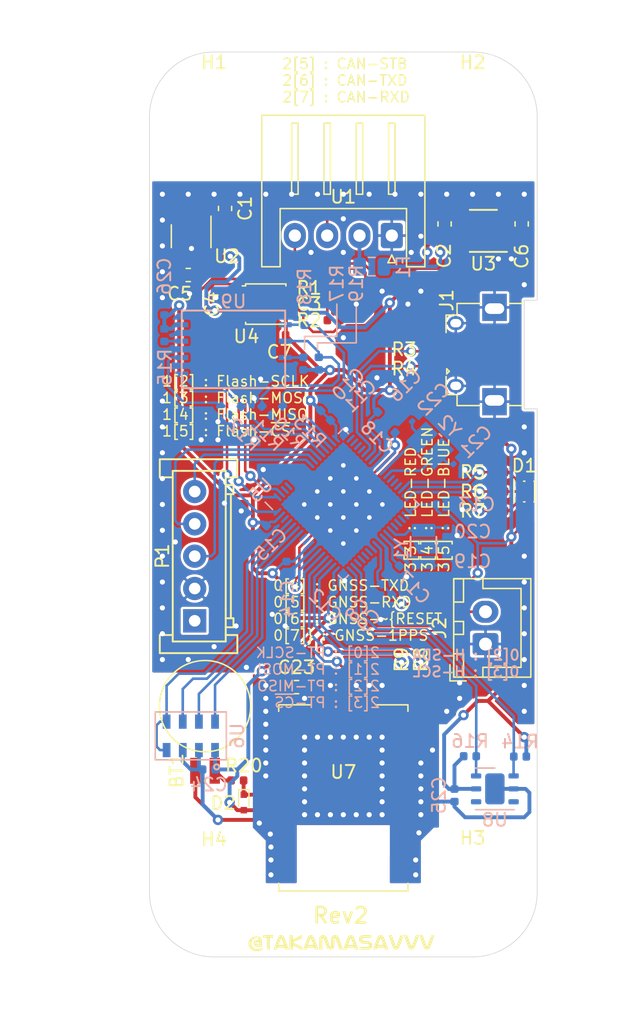
<source format=kicad_pcb>
(kicad_pcb (version 20171130) (host pcbnew "(5.1.4)-1")
  (layers (0 F.Cu signal) (31 B.Cu signal) (34 B.Paste user) (35 F.Paste user) (36 B.SilkS user) (37 F.SilkS user) (38 B.Mask user) (39 F.Mask user) (44 Edge.Cuts user))
  (net 0 "")
  (net 1 "Net-(BT1-Pad1)")
  (net 2 GND)
  (net 3 "Net-(C1-Pad1)")
  (net 4 "Net-(C3-Pad1)")
  (net 5 +5V)
  (net 6 +3V3)
  (net 7 "Net-(C17-Pad1)")
  (net 8 "Net-(C18-Pad1)")
  (net 9 "Net-(C19-Pad2)")
  (net 10 "Net-(C20-Pad2)")
  (net 11 "Net-(C21-Pad2)")
  (net 12 "Net-(C22-Pad2)")
  (net 13 "Net-(D1-Pad2)")
  (net 14 "Net-(D1-Pad1)")
  (net 15 "Net-(D2-Pad1)")
  (net 16 "Net-(J1-Pad1)")
  (net 17 "Net-(J1-Pad2)")
  (net 18 "Net-(J1-Pad3)")
  (net 19 "Net-(J1-Pad4)")
  (net 20 "Net-(P1-Pad1)")
  (net 21 "Net-(P1-Pad3)")
  (net 22 "Net-(P1-Pad4)")
  (net 23 "Net-(P1-Pad5)")
  (net 24 "Net-(R1-Pad2)")
  (net 25 "Net-(R2-Pad1)")
  (net 26 "Net-(R3-Pad2)")
  (net 27 "Net-(R4-Pad2)")
  (net 28 "Net-(R7-Pad1)")
  (net 29 /GNSS-TXD)
  (net 30 /GNSS-RXD)
  (net 31 "Net-(R8-Pad1)")
  (net 32 /Flash-MISO)
  (net 33 "Net-(R10-Pad1)")
  (net 34 /Flash-MOSI)
  (net 35 "Net-(R11-Pad1)")
  (net 36 /Flash-SCLK)
  (net 37 "Net-(R12-Pad1)")
  (net 38 /Flash-~CS)
  (net 39 "Net-(R13-Pad1)")
  (net 40 /H-SDA)
  (net 41 /H-SCL)
  (net 42 "Net-(U2-Pad4)")
  (net 43 /CAN-TXD)
  (net 44 /CAN-RXD)
  (net 45 /CAN-STB)
  (net 46 "Net-(U5-Pad18)")
  (net 47 "Net-(U5-Pad19)")
  (net 48 "Net-(U5-Pad20)")
  (net 49 "Net-(U5-Pad21)")
  (net 50 /GNSS-~RESET)
  (net 51 /GNSS-1PPS)
  (net 52 "Net-(U5-Pad36)")
  (net 53 "Net-(U5-Pad37)")
  (net 54 "Net-(U5-Pad38)")
  (net 55 "Net-(U5-Pad39)")
  (net 56 "Net-(U5-Pad46)")
  (net 57 "Net-(U5-Pad47)")
  (net 58 "Net-(U5-Pad48)")
  (net 59 "Net-(U5-Pad49)")
  (net 60 /PT-MISO)
  (net 61 /PT-MOSI)
  (net 62 /PT-SCLK)
  (net 63 /PT-~CS)
  (net 64 "Net-(U5-Pad60)")
  (net 65 "Net-(U5-Pad61)")
  (net 66 "Net-(U5-Pad66)")
  (net 67 "Net-(U5-Pad29)")
  (net 68 "Net-(U5-Pad30)")
  (net 69 "Net-(U5-Pad31)")
  (net 70 "Net-(U5-Pad3)")
  (net 71 "Net-(U5-Pad4)")
  (net 72 "Net-(D1-Pad3)")
  (net 73 "Net-(R5-Pad1)")
  (net 74 "Net-(R6-Pad1)")
  (net 75 "Net-(R9-Pad1)")
  (net 76 "Net-(R15-Pad1)")
  (net 77 "Net-(R17-Pad1)")
  (net 78 "Net-(U7-Pad30)")
  (net 79 "Net-(U7-Pad28)")
  (net 80 "Net-(U7-Pad24)")
  (net 81 "Net-(U7-Pad20)")
  (net 82 "Net-(U7-Pad16)")
  (net 83 "Net-(U7-Pad7)")
  (net 84 "Net-(U7-Pad6)")
  (net 85 "Net-(U7-Pad3)")
  (net 86 "Net-(U7-Pad2)")
  (net 87 "Net-(U8-Pad4)")
  (net 88 "Net-(U8-Pad3)")
  (net 89 "Net-(F1-Pad2)")
  (module KUTKiCad_footprint:TE_Sensor_MS8607 (layer B.Cu) (at 43.2 112.9 90)
    (fp_text reference U6 (at 0 3.6 270) (layer B.SilkS) (effects (justify mirror)))
    (fp_text value MS5611)
    (pad 8 smd rect (at 1.1 1.875 90) (size 1.1 0.6) (layers B.Cu B.Paste B.Mask) (net 62 /PT-SCLK))
    (pad 7 smd rect (at 1.1 0.625 90) (size 1.1 0.6) (layers B.Cu B.Paste B.Mask) (net 61 /PT-MOSI))
    (pad 6 smd rect (at 1.1 -0.625 90) (size 1.1 0.6) (layers B.Cu B.Paste B.Mask) (net 60 /PT-MISO))
    (pad 5 smd rect (at 1.1 -1.875 90) (size 1.1 0.6) (layers B.Cu B.Paste B.Mask) (net 63 /PT-~CS))
    (pad 4 smd rect (at -1.1 -1.875 90) (size 1.1 0.6) (layers B.Cu B.Paste B.Mask) (net 63 /PT-~CS))
    (pad 3 smd rect (at -1.1 -0.625 90) (size 1.1 0.6) (layers B.Cu B.Paste B.Mask) (net 2 GND))
    (pad 2 smd rect (at -1.1 0.625 90) (size 1.1 0.6) (layers B.Cu B.Paste B.Mask) (net 2 GND))
    (pad 1 smd rect (at -1.1 1.875 90) (size 1.1 0.6) (layers B.Cu B.Paste B.Mask) (net 6 +3V3))
  )
  (module KUTKiCad_footprint:D_SOD-723 (layer F.Cu) (at 47.3 118.05 270)
    (fp_text reference D2 (at 0.05 1.6 180) (layer F.SilkS))
    (fp_text value D)
    (pad 2 smd rect (at 0.6 0 270) (size 0.5 0.5) (layers F.Cu F.Paste F.Mask) (net 6 +3V3))
    (pad 1 smd rect (at -0.6 0 270) (size 0.5 0.5) (layers F.Cu F.Paste F.Mask) (net 15 "Net-(D2-Pad1)"))
  )
  (module KUTKiCad_footprint:logo (layer F.Cu) (at 55 128.9)
    (fp_text reference G*** hide)
    (fp_text value LOGO hide)
  )
  (module KUTKiCad_footprint:Crystal_Murata_XRCHA (layer B.Cu) (at 61.7 90.45 135)
    (fp_text reference Y2 (at 0 2.12132 135) (layer B.SilkS) (effects (justify mirror)))
    (fp_text value Crystal_MHz)
    (pad 1 smd rect (at -0.875 0 135) (size 1.35 2.2) (layers B.Cu B.Paste B.Mask) (net 11 "Net-(C21-Pad2)"))
    (pad 2 smd rect (at 0.875 0 135) (size 1.35 2.2) (layers B.Cu B.Paste B.Mask) (net 12 "Net-(C22-Pad2)"))
  )
  (module Capacitor_SMD:C_0201_0603Metric (layer B.Cu) (at 63.75 91.65 225)
    (fp_text reference C21 (at -2.12132 0 45) (layer B.SilkS) (effects (justify mirror)))
    (fp_text value 9pF)
    (pad 2 smd roundrect (at 0.32 0 225) (size 0.46 0.4) (layers B.Cu B.Mask) (net 11 "Net-(C21-Pad2)"))
    (pad 1 smd roundrect (at -0.32 0 225) (size 0.46 0.4) (layers B.Cu B.Mask) (net 2 GND))
  )
  (module Capacitor_SMD:C_0201_0603Metric (layer B.Cu) (at 60.55 88.35 225)
    (fp_text reference C22 (at -2.085965 0.035355 225) (layer B.SilkS) (effects (justify mirror)))
    (fp_text value 9pF)
    (pad 2 smd roundrect (at 0.32 0 225) (size 0.46 0.4) (layers B.Cu B.Mask) (net 12 "Net-(C22-Pad2)"))
    (pad 1 smd roundrect (at -0.32 0 225) (size 0.46 0.4) (layers B.Cu B.Mask) (net 2 GND))
  )
  (module Capacitor_SMD:C_0603_1608Metric (layer F.Cu) (at 43 77.25 180)
    (fp_text reference C5 (at 0.65 -1.45 180) (layer F.SilkS))
    (fp_text value 10uF)
    (pad 2 smd roundrect (at 0.7875 0 180) (size 0.875 0.95) (layers F.Cu F.Paste F.Mask) (net 2 GND))
    (pad 1 smd roundrect (at -0.7875 0 180) (size 0.875 0.95) (layers F.Cu F.Paste F.Mask) (net 5 +5V))
  )
  (module Capacitor_SMD:C_0201_0603Metric (layer B.Cu) (at 63 97.1 90)
    (fp_text reference C20 (at 0 2 180) (layer B.SilkS) (effects (justify mirror)))
    (fp_text value 9pF)
    (pad 2 smd roundrect (at 0.32 0 90) (size 0.46 0.4) (layers B.Cu B.Mask) (net 10 "Net-(C20-Pad2)"))
    (pad 1 smd roundrect (at -0.32 0 90) (size 0.46 0.4) (layers B.Cu B.Mask) (net 2 GND))
  )
  (module Capacitor_SMD:C_0402_1005Metric (layer B.Cu) (at 58.65 89.1 135)
    (fp_text reference C18 (at 0.247487 -1.237437 135) (layer B.SilkS) (effects (justify mirror)))
    (fp_text value 1uF)
    (pad 2 smd roundrect (at 0.485 0 135) (size 0.59 0.64) (layers B.Cu B.Paste B.Mask) (net 2 GND))
    (pad 1 smd roundrect (at -0.485 0 135) (size 0.59 0.64) (layers B.Cu B.Paste B.Mask) (net 8 "Net-(C18-Pad1)"))
  )
  (module Battery:BatteryHolder_Seiko_MS621F (layer F.Cu) (at 44.3 115.6 270)
    (fp_text reference BT1 (at 0 2.2 270) (layer F.SilkS))
    (fp_text value Battery_Cell)
    (pad 2 smd rect (at 0 0.75 270) (size 2 0.8) (layers F.Cu F.Paste F.Mask) (net 2 GND))
    (pad 1 smd rect (at 0 -0.75 270) (size 2 0.8) (layers F.Cu F.Paste F.Mask) (net 1 "Net-(BT1-Pad1)"))
  )
  (module Capacitor_SMD:C_0603_1608Metric (layer F.Cu) (at 45.85 72.1 90)
    (fp_text reference C1 (at 0 1.55 90) (layer F.SilkS))
    (fp_text value 10uF)
    (pad 2 smd roundrect (at 0.7875 0 90) (size 0.875 0.95) (layers F.Cu F.Paste F.Mask) (net 2 GND))
    (pad 1 smd roundrect (at -0.7875 0 90) (size 0.875 0.95) (layers F.Cu F.Paste F.Mask) (net 3 "Net-(C1-Pad1)"))
  )
  (module Capacitor_SMD:C_0603_1608Metric (layer F.Cu) (at 62.835355 73.3 90)
    (fp_text reference C2 (at -2.464644 -0.035355 270) (layer F.SilkS))
    (fp_text value 10uF)
    (pad 2 smd roundrect (at 0.7875 0 90) (size 0.875 0.95) (layers F.Cu F.Paste F.Mask) (net 2 GND))
    (pad 1 smd roundrect (at -0.7875 0 90) (size 0.875 0.95) (layers F.Cu F.Paste F.Mask) (net 3 "Net-(C1-Pad1)"))
  )
  (module Capacitor_SMD:C_0402_1005Metric (layer F.Cu) (at 54.25 79.5)
    (fp_text reference C3 (at -1.9 0) (layer F.SilkS))
    (fp_text value 4.7nF)
    (pad 2 smd roundrect (at 0.485 0) (size 0.59 0.64) (layers F.Cu F.Paste F.Mask) (net 2 GND))
    (pad 1 smd roundrect (at -0.485 0) (size 0.59 0.64) (layers F.Cu F.Paste F.Mask) (net 4 "Net-(C3-Pad1)"))
  )
  (module Capacitor_SMD:C_0603_1608Metric (layer F.Cu) (at 68.8 73.3 90)
    (fp_text reference C6 (at -2.5 0 270) (layer F.SilkS))
    (fp_text value 10uF)
    (pad 2 smd roundrect (at 0.7875 0 90) (size 0.875 0.95) (layers F.Cu F.Paste F.Mask) (net 2 GND))
    (pad 1 smd roundrect (at -0.7875 0 90) (size 0.875 0.95) (layers F.Cu F.Paste F.Mask) (net 6 +3V3))
  )
  (module Capacitor_SMD:C_0402_1005Metric (layer B.Cu) (at 50.6 99.9 270)
    (fp_text reference C14 (at 2.404163 -0.070711 90) (layer B.SilkS) (effects (justify mirror)))
    (fp_text value 1uF)
    (pad 2 smd roundrect (at 0.485 0 270) (size 0.59 0.64) (layers B.Cu B.Paste B.Mask) (net 2 GND))
    (pad 1 smd roundrect (at -0.485 0 270) (size 0.59 0.64) (layers B.Cu B.Paste B.Mask) (net 6 +3V3))
  )
  (module Capacitor_SMD:C_0402_1005Metric (layer B.Cu) (at 58 87.5 45)
    (fp_text reference C16 (at 2.474874 0.070711 45) (layer B.SilkS) (effects (justify mirror)))
    (fp_text value 1uF)
    (pad 2 smd roundrect (at 0.485 0 45) (size 0.59 0.64) (layers B.Cu B.Paste B.Mask) (net 2 GND))
    (pad 1 smd roundrect (at -0.485 0 45) (size 0.59 0.64) (layers B.Cu B.Paste B.Mask) (net 6 +3V3))
  )
  (module Capacitor_SMD:C_0402_1005Metric (layer B.Cu) (at 59 100.1 225)
    (fp_text reference C17 (at -0.070711 -1.979899 135) (layer B.SilkS) (effects (justify mirror)))
    (fp_text value 1uF)
    (pad 2 smd roundrect (at 0.485 0 225) (size 0.59 0.64) (layers B.Cu B.Paste B.Mask) (net 2 GND))
    (pad 1 smd roundrect (at -0.485 0 225) (size 0.59 0.64) (layers B.Cu B.Paste B.Mask) (net 7 "Net-(C17-Pad1)"))
  )
  (module Capacitor_SMD:C_0201_0603Metric (layer B.Cu) (at 63 99.4 270)
    (fp_text reference C19 (at 0 -2 180) (layer B.SilkS) (effects (justify mirror)))
    (fp_text value 9pF)
    (pad 2 smd roundrect (at 0.32 0 270) (size 0.46 0.4) (layers B.Cu B.Mask) (net 9 "Net-(C19-Pad2)"))
    (pad 1 smd roundrect (at -0.32 0 270) (size 0.46 0.4) (layers B.Cu B.Mask) (net 2 GND))
  )
  (module Capacitor_SMD:C_0603_1608Metric (layer F.Cu) (at 51.38 109.13 180)
    (fp_text reference C23 (at 0 1.53) (layer F.SilkS))
    (fp_text value 4.7uF)
    (pad 2 smd roundrect (at 0.7875 0 180) (size 0.875 0.95) (layers F.Cu F.Paste F.Mask) (net 6 +3V3))
    (pad 1 smd roundrect (at -0.7875 0 180) (size 0.875 0.95) (layers F.Cu F.Paste F.Mask) (net 2 GND))
  )
  (module KUTKiCad_footprint:Hirose_ZX_ZX62D-B-5P8 (layer F.Cu) (at 66.7 83.4 90)
    (fp_text reference J1 (at 4.2 -3.7 90) (layer F.SilkS))
    (fp_text value USB_B_Micro)
    (pad 5 smd rect (at 1.15 0 90) (size 1.8 1.9) (layers F.Cu F.Paste F.Mask) (net 2 GND))
    (pad 5 smd rect (at -1.15 0 90) (size 1.8 1.9) (layers F.Cu F.Paste F.Mask) (net 2 GND))
    (pad 5 thru_hole rect (at 3.55 0 90) (size 2.1 1.9) (drill oval 0.825 1.5 (offset 0.1 0)) (layers *.Cu *.Mask) (net 2 GND))
    (pad 5 thru_hole rect (at -3.55 0 90) (size 2.1 1.9) (drill oval 0.825 1.5 (offset -0.1 0)) (layers *.Cu *.Mask) (net 2 GND))
    (pad 5 thru_hole oval (at 2.425 -3 90) (size 1.05 1.25) (drill oval 0.65 0.85) (layers *.Cu *.Mask) (net 2 GND))
    (pad 5 thru_hole oval (at -2.425 -3 90) (size 1.05 1.25) (drill oval 0.65 0.85) (layers *.Cu *.Mask) (net 2 GND))
    (pad 5 smd rect (at 1.3 -2.675 90) (size 0.4 1.35) (layers F.Cu F.Paste F.Mask) (net 2 GND))
    (pad 4 smd rect (at 0.65 -2.675 90) (size 0.4 1.35) (layers F.Cu F.Paste F.Mask) (net 19 "Net-(J1-Pad4)"))
    (pad 3 smd rect (at 0 -2.675 90) (size 0.4 1.35) (layers F.Cu F.Paste F.Mask) (net 18 "Net-(J1-Pad3)"))
    (pad 2 smd rect (at -0.65 -2.675 90) (size 0.4 1.35) (layers F.Cu F.Paste F.Mask) (net 17 "Net-(J1-Pad2)"))
    (pad 1 smd rect (at -1.3 -2.675 90) (size 0.4 1.35) (layers F.Cu F.Paste F.Mask) (net 16 "Net-(J1-Pad1)"))
  )
  (module KUTKiCad_footprint:JST_JQ_05JQ-BT_1x05_P2.5mm_Vertical (layer F.Cu) (at 43.5 104 270)
    (fp_text reference P1 (at -5 2.5 90) (layer F.SilkS))
    (fp_text value KRC_Conn_SWD)
    (pad 5 thru_hole circle (at -10 0 270) (size 1.8 1.8) (drill 0.9) (layers *.Cu *.Mask) (net 23 "Net-(P1-Pad5)"))
    (pad 4 thru_hole circle (at -7.5 0 270) (size 1.8 1.8) (drill 0.9) (layers *.Cu *.Mask) (net 22 "Net-(P1-Pad4)"))
    (pad 3 thru_hole circle (at -5 0 270) (size 1.8 1.8) (drill 0.9) (layers *.Cu *.Mask) (net 21 "Net-(P1-Pad3)"))
    (pad 2 thru_hole circle (at -2.5 0 270) (size 1.8 1.8) (drill 0.9) (layers *.Cu *.Mask) (net 2 GND))
    (pad 1 thru_hole rect (at 0 0 270) (size 1.8 1.8) (drill 0.9) (layers *.Cu *.Mask) (net 20 "Net-(P1-Pad1)"))
  )
  (module Resistor_SMD:R_0402_1005Metric (layer F.Cu) (at 54.25 78.25)
    (fp_text reference R1 (at -1.9 0) (layer F.SilkS))
    (fp_text value 56Ω)
    (pad 2 smd roundrect (at 0.485 0) (size 0.59 0.64) (layers F.Cu F.Paste F.Mask) (net 24 "Net-(R1-Pad2)"))
    (pad 1 smd roundrect (at -0.485 0) (size 0.59 0.64) (layers F.Cu F.Paste F.Mask) (net 4 "Net-(C3-Pad1)"))
  )
  (module Resistor_SMD:R_0402_1005Metric (layer F.Cu) (at 54.25 80.75 180)
    (fp_text reference R2 (at 1.9 0) (layer F.SilkS))
    (fp_text value 56Ω)
    (pad 2 smd roundrect (at 0.485 0 180) (size 0.59 0.64) (layers F.Cu F.Paste F.Mask) (net 4 "Net-(C3-Pad1)"))
    (pad 1 smd roundrect (at -0.485 0 180) (size 0.59 0.64) (layers F.Cu F.Paste F.Mask) (net 25 "Net-(R2-Pad1)"))
  )
  (module Resistor_SMD:R_0402_1005Metric (layer F.Cu) (at 61.7 83.15 180)
    (fp_text reference R3 (at 2 0.15) (layer F.SilkS))
    (fp_text value 22Ω)
    (pad 2 smd roundrect (at 0.485 0 180) (size 0.59 0.64) (layers F.Cu F.Paste F.Mask) (net 26 "Net-(R3-Pad2)"))
    (pad 1 smd roundrect (at -0.485 0 180) (size 0.59 0.64) (layers F.Cu F.Paste F.Mask) (net 18 "Net-(J1-Pad3)"))
  )
  (module Resistor_SMD:R_0402_1005Metric (layer F.Cu) (at 61.7 84.3 180)
    (fp_text reference R4 (at 2 -0.2) (layer F.SilkS))
    (fp_text value 22Ω)
    (pad 2 smd roundrect (at 0.485 0 180) (size 0.59 0.64) (layers F.Cu F.Paste F.Mask) (net 27 "Net-(R4-Pad2)"))
    (pad 1 smd roundrect (at -0.485 0 180) (size 0.59 0.64) (layers F.Cu F.Paste F.Mask) (net 17 "Net-(J1-Pad2)"))
  )
  (module Resistor_SMD:R_0402_1005Metric (layer F.Cu) (at 61 109 90)
    (fp_text reference R8 (at 2 0 90) (layer F.SilkS))
    (fp_text value 22Ω)
    (pad 2 smd roundrect (at 0.485 0 90) (size 0.59 0.64) (layers F.Cu F.Paste F.Mask) (net 29 /GNSS-TXD))
    (pad 1 smd roundrect (at -0.485 0 90) (size 0.59 0.64) (layers F.Cu F.Paste F.Mask) (net 31 "Net-(R8-Pad1)"))
  )
  (module Resistor_SMD:R_0402_1005Metric (layer F.Cu) (at 59.5 109 90)
    (fp_text reference R9 (at 2 0 90) (layer F.SilkS))
    (fp_text value 22Ω)
    (pad 2 smd roundrect (at 0.485 0 90) (size 0.59 0.64) (layers F.Cu F.Paste F.Mask) (net 30 /GNSS-RXD))
    (pad 1 smd roundrect (at -0.485 0 90) (size 0.59 0.64) (layers F.Cu F.Paste F.Mask) (net 75 "Net-(R9-Pad1)"))
  )
  (module Resistor_SMD:R_0402_1005Metric (layer B.Cu) (at 49.05 87.75 315)
    (fp_text reference R10 (at 2.474874 0 135) (layer B.SilkS) (effects (justify mirror)))
    (fp_text value 22Ω)
    (pad 2 smd roundrect (at 0.485 0 315) (size 0.59 0.64) (layers B.Cu B.Paste B.Mask) (net 32 /Flash-MISO))
    (pad 1 smd roundrect (at -0.485 0 315) (size 0.59 0.64) (layers B.Cu B.Paste B.Mask) (net 33 "Net-(R10-Pad1)"))
  )
  (module Resistor_SMD:R_0402_1005Metric (layer B.Cu) (at 47.45 87.75 315)
    (fp_text reference R11 (at 2.474874 0.141421 135) (layer B.SilkS) (effects (justify mirror)))
    (fp_text value 22Ω)
    (pad 2 smd roundrect (at 0.485 0 315) (size 0.59 0.64) (layers B.Cu B.Paste B.Mask) (net 34 /Flash-MOSI))
    (pad 1 smd roundrect (at -0.485 0 315) (size 0.59 0.64) (layers B.Cu B.Paste B.Mask) (net 35 "Net-(R11-Pad1)"))
  )
  (module Resistor_SMD:R_0402_1005Metric (layer B.Cu) (at 45.85 87.75 315)
    (fp_text reference R12 (at 2.333452 0.282843 135) (layer B.SilkS) (effects (justify mirror)))
    (fp_text value 22Ω)
    (pad 2 smd roundrect (at 0.485 0 315) (size 0.59 0.64) (layers B.Cu B.Paste B.Mask) (net 36 /Flash-SCLK))
    (pad 1 smd roundrect (at -0.485 0 315) (size 0.59 0.64) (layers B.Cu B.Paste B.Mask) (net 37 "Net-(R12-Pad1)"))
  )
  (module Resistor_SMD:R_0402_1005Metric (layer B.Cu) (at 50.65 87.75 315)
    (fp_text reference R13 (at 2.368808 -0.106066 135) (layer B.SilkS) (effects (justify mirror)))
    (fp_text value 22Ω)
    (pad 2 smd roundrect (at 0.485 0 315) (size 0.59 0.64) (layers B.Cu B.Paste B.Mask) (net 38 /Flash-~CS))
    (pad 1 smd roundrect (at -0.485 0 315) (size 0.59 0.64) (layers B.Cu B.Paste B.Mask) (net 39 "Net-(R13-Pad1)"))
  )
  (module Resistor_SMD:R_0402_1005Metric (layer B.Cu) (at 41.15 81.9 90)
    (fp_text reference R15 (at -2.5 0.05 90) (layer B.SilkS) (effects (justify mirror)))
    (fp_text value 4.7kΩ)
    (pad 1 smd roundrect (at -0.485 0 90) (size 0.59 0.64) (layers B.Cu B.Paste B.Mask) (net 76 "Net-(R15-Pad1)"))
    (pad 2 smd roundrect (at 0.485 0 90) (size 0.59 0.64) (layers B.Cu B.Paste B.Mask) (net 6 +3V3))
  )
  (module Resistor_SMD:R_0402_1005Metric (layer B.Cu) (at 51.9 84.1 270)
    (fp_text reference R17 (at -6.2 -2.6 270) (layer B.SilkS) (effects (justify mirror)))
    (fp_text value 4.7kΩ)
    (pad 2 smd roundrect (at 0.485 0 270) (size 0.59 0.64) (layers B.Cu B.Paste B.Mask) (net 6 +3V3))
    (pad 1 smd roundrect (at -0.485 0 270) (size 0.59 0.64) (layers B.Cu B.Paste B.Mask) (net 77 "Net-(R17-Pad1)"))
  )
  (module Resistor_SMD:R_0402_1005Metric (layer B.Cu) (at 68.675 114.5)
    (fp_text reference R14 (at 0 -1.15) (layer B.SilkS) (effects (justify mirror)))
    (fp_text value 4.7kΩ)
    (pad 2 smd roundrect (at 0.485 0) (size 0.59 0.64) (layers B.Cu B.Paste B.Mask) (net 6 +3V3))
    (pad 1 smd roundrect (at -0.485 0) (size 0.59 0.64) (layers B.Cu B.Paste B.Mask) (net 40 /H-SDA))
  )
  (module Resistor_SMD:R_0402_1005Metric (layer B.Cu) (at 52 80.65 90)
    (fp_text reference R18 (at 2.5 0 90) (layer B.SilkS) (effects (justify mirror)))
    (fp_text value 4.7kΩ)
    (pad 2 smd roundrect (at 0.485 0 90) (size 0.59 0.64) (layers B.Cu B.Paste B.Mask) (net 6 +3V3))
    (pad 1 smd roundrect (at -0.485 0 90) (size 0.59 0.64) (layers B.Cu B.Paste B.Mask) (net 39 "Net-(R13-Pad1)"))
  )
  (module Resistor_SMD:R_0402_1005Metric (layer B.Cu) (at 64.8 114.475 180)
    (fp_text reference R16 (at 0 1.17) (layer B.SilkS) (effects (justify mirror)))
    (fp_text value 4.7kΩ)
    (pad 2 smd roundrect (at 0.485 0 180) (size 0.59 0.64) (layers B.Cu B.Paste B.Mask) (net 6 +3V3))
    (pad 1 smd roundrect (at -0.485 0 180) (size 0.59 0.64) (layers B.Cu B.Paste B.Mask) (net 41 /H-SCL))
  )
  (module Resistor_SMD:R_0402_1005Metric (layer B.Cu) (at 53.1 84.1 270)
    (fp_text reference R19 (at -6.2 -2.9 90) (layer B.SilkS) (effects (justify mirror)))
    (fp_text value 4.7kΩ)
    (pad 2 smd roundrect (at 0.485 0 270) (size 0.59 0.64) (layers B.Cu B.Paste B.Mask) (net 6 +3V3))
    (pad 1 smd roundrect (at -0.485 0 270) (size 0.59 0.64) (layers B.Cu B.Paste B.Mask) (net 33 "Net-(R10-Pad1)"))
  )
  (module Resistor_SMD:R_0402_1005Metric (layer F.Cu) (at 46.8 116.35)
    (fp_text reference R20 (at 0.5 -1.15 180) (layer F.SilkS))
    (fp_text value 68kΩ)
    (pad 2 smd roundrect (at 0.485 0) (size 0.59 0.64) (layers F.Cu F.Paste F.Mask) (net 15 "Net-(D2-Pad1)"))
    (pad 1 smd roundrect (at -0.485 0) (size 0.59 0.64) (layers F.Cu F.Paste F.Mask) (net 1 "Net-(BT1-Pad1)"))
  )
  (module Package_TO_SOT_SMD:TSOT-23-5 (layer F.Cu) (at 43.25 74.25 270)
    (fp_text reference U2 (at 1.55 -2.75) (layer F.SilkS))
    (fp_text value LT1761-5)
    (pad 5 smd rect (at 1.31 -0.95 270) (size 1.22 0.65) (layers F.Cu F.Paste F.Mask) (net 5 +5V))
    (pad 4 smd rect (at 1.31 0.95 270) (size 1.22 0.65) (layers F.Cu F.Paste F.Mask) (net 42 "Net-(U2-Pad4)"))
    (pad 3 smd rect (at -1.31 0.95 270) (size 1.22 0.65) (layers F.Cu F.Paste F.Mask) (net 3 "Net-(C1-Pad1)"))
    (pad 2 smd rect (at -1.31 0 270) (size 1.22 0.65) (layers F.Cu F.Paste F.Mask) (net 2 GND))
    (pad 1 smd rect (at -1.31 -0.95 270) (size 1.22 0.65) (layers F.Cu F.Paste F.Mask) (net 3 "Net-(C1-Pad1)"))
  )
  (module Package_DFN_QFN:DFN-8-1EP_3x3mm_P0.5mm_EP1.66x2.38mm (layer F.Cu) (at 65.835355 73.835356 180)
    (fp_text reference U3 (at 0 -2.55) (layer F.SilkS))
    (fp_text value LT1965xDD-3.3)
    (pad 9 smd rect (at 0 0 180) (size 1.66 2.38) (layers F.Cu F.Mask) (net 2 GND))
    (pad 8 smd rect (at 1.4 -0.75 180) (size 0.7 0.25) (layers F.Cu F.Paste F.Mask) (net 3 "Net-(C1-Pad1)"))
    (pad 7 smd rect (at 1.4 -0.25 180) (size 0.7 0.25) (layers F.Cu F.Paste F.Mask) (net 3 "Net-(C1-Pad1)"))
    (pad 6 smd rect (at 1.4 0.25 180) (size 0.7 0.25) (layers F.Cu F.Paste F.Mask) (net 3 "Net-(C1-Pad1)"))
    (pad 5 smd rect (at 1.4 0.75 180) (size 0.7 0.25) (layers F.Cu F.Paste F.Mask) (net 2 GND))
    (pad 4 smd rect (at -1.4 0.75 180) (size 0.7 0.25) (layers F.Cu F.Paste F.Mask) (net 2 GND))
    (pad 3 smd rect (at -1.4 0.25 180) (size 0.7 0.25) (layers F.Cu F.Paste F.Mask) (net 6 +3V3))
    (pad 2 smd rect (at -1.4 -0.25 180) (size 0.7 0.25) (layers F.Cu F.Paste F.Mask) (net 6 +3V3))
    (pad 1 smd rect (at -1.4 -0.75 180) (size 0.7 0.25) (layers F.Cu F.Paste F.Mask) (net 6 +3V3))
  )
  (module Package_DFN_QFN:DFN-8-1EP_3x3mm_P0.65mm_EP1.55x2.4mm (layer F.Cu) (at 49 79.5)
    (fp_text reference U4 (at -1.5 2.5 180) (layer F.SilkS))
    (fp_text value NCV7342)
    (pad 9 smd rect (at 0 0) (size 1.55 2.4) (layers F.Cu F.Mask) (net 2 GND))
    (pad 8 smd rect (at 1.55 -0.975) (size 0.65 0.35) (layers F.Cu F.Paste F.Mask) (net 45 /CAN-STB))
    (pad 7 smd rect (at 1.55 -0.325) (size 0.65 0.35) (layers F.Cu F.Paste F.Mask) (net 24 "Net-(R1-Pad2)"))
    (pad 6 smd rect (at 1.55 0.325) (size 0.65 0.35) (layers F.Cu F.Paste F.Mask) (net 25 "Net-(R2-Pad1)"))
    (pad 5 smd rect (at 1.55 0.975) (size 0.65 0.35) (layers F.Cu F.Paste F.Mask) (net 6 +3V3))
    (pad 4 smd rect (at -1.55 0.975) (size 0.65 0.35) (layers F.Cu F.Paste F.Mask) (net 44 /CAN-RXD))
    (pad 3 smd rect (at -1.55 0.325) (size 0.65 0.35) (layers F.Cu F.Paste F.Mask) (net 5 +5V))
    (pad 2 smd rect (at -1.55 -0.325) (size 0.65 0.35) (layers F.Cu F.Paste F.Mask) (net 2 GND))
    (pad 1 smd rect (at -1.55 -0.975) (size 0.65 0.35) (layers F.Cu F.Paste F.Mask) (net 43 /CAN-TXD))
  )
  (module KUTKiCad_footprint:Cypress_QFN-68_EP_8x8_Pitch0.4mm (layer B.Cu) (at 55 95 315)
    (fp_text reference U5 (at -5.303301 3.747666 225) (layer B.SilkS) (effects (justify mirror)))
    (fp_text value CY8C58xxLTI-LPxxx)
    (pad 69 thru_hole circle (at 2.1375 -2.1375 315) (size 0.7125 0.7125) (drill 0.35625) (layers *.Cu *.Mask) (net 2 GND))
    (pad 69 thru_hole circle (at 2.1375 -0.7125 315) (size 0.7125 0.7125) (drill 0.35625) (layers *.Cu *.Mask) (net 2 GND))
    (pad 69 thru_hole circle (at 2.1375 0.7125 315) (size 0.7125 0.7125) (drill 0.35625) (layers *.Cu *.Mask) (net 2 GND))
    (pad 69 thru_hole circle (at 2.1375 2.1375 315) (size 0.7125 0.7125) (drill 0.35625) (layers *.Cu *.Mask) (net 2 GND))
    (pad 69 thru_hole circle (at 0.7125 -2.1375 315) (size 0.7125 0.7125) (drill 0.35625) (layers *.Cu *.Mask) (net 2 GND))
    (pad 69 thru_hole circle (at 0.7125 -0.7125 315) (size 0.7125 0.7125) (drill 0.35625) (layers *.Cu *.Mask) (net 2 GND))
    (pad 69 thru_hole circle (at 0.7125 0.7125 315) (size 0.7125 0.7125) (drill 0.35625) (layers *.Cu *.Mask) (net 2 GND))
    (pad 69 thru_hole circle (at 0.7125 2.1375 315) (size 0.7125 0.7125) (drill 0.35625) (layers *.Cu *.Mask) (net 2 GND))
    (pad 69 thru_hole circle (at -0.7125 -2.1375 315) (size 0.7125 0.7125) (drill 0.35625) (layers *.Cu *.Mask) (net 2 GND))
    (pad 69 thru_hole circle (at -0.7125 -0.7125 315) (size 0.7125 0.7125) (drill 0.35625) (layers *.Cu *.Mask) (net 2 GND))
    (pad 69 thru_hole circle (at -0.7125 0.7125 315) (size 0.7125 0.7125) (drill 0.35625) (layers *.Cu *.Mask) (net 2 GND))
    (pad 69 thru_hole circle (at -0.7125 2.1375 315) (size 0.7125 0.7125) (drill 0.35625) (layers *.Cu *.Mask) (net 2 GND))
    (pad 69 thru_hole circle (at -2.1375 -2.1375 315) (size 0.7125 0.7125) (drill 0.35625) (layers *.Cu *.Mask) (net 2 GND))
    (pad 69 thru_hole circle (at -2.1375 -0.7125 315) (size 0.7125 0.7125) (drill 0.35625) (layers *.Cu *.Mask) (net 2 GND))
    (pad 69 thru_hole circle (at -2.1375 0.7125 315) (size 0.7125 0.7125) (drill 0.35625) (layers *.Cu *.Mask) (net 2 GND))
    (pad 69 thru_hole circle (at -2.1375 2.1375 315) (size 0.7125 0.7125) (drill 0.35625) (layers *.Cu *.Mask) (net 2 GND))
    (pad 69 smd rect (at 2.1375 -2.1375 315) (size 1.425 1.425) (layers B.Cu B.Paste B.Mask) (net 2 GND))
    (pad 69 smd rect (at 2.1375 -0.7125 315) (size 1.425 1.425) (layers B.Cu B.Paste B.Mask) (net 2 GND))
    (pad 69 smd rect (at 2.1375 0.7125 315) (size 1.425 1.425) (layers B.Cu B.Paste B.Mask) (net 2 GND))
    (pad 69 smd rect (at 2.1375 2.1375 315) (size 1.425 1.425) (layers B.Cu B.Paste B.Mask) (net 2 GND))
    (pad 69 smd rect (at 0.7125 -2.1375 315) (size 1.425 1.425) (layers B.Cu B.Paste B.Mask) (net 2 GND))
    (pad 69 smd rect (at 0.7125 -0.7125 315) (size 1.425 1.425) (layers B.Cu B.Paste B.Mask) (net 2 GND))
    (pad 69 smd rect (at 0.7125 0.7125 315) (size 1.425 1.425) (layers B.Cu B.Paste B.Mask) (net 2 GND))
    (pad 69 smd rect (at 0.7125 2.1375 315) (size 1.425 1.425) (layers B.Cu B.Paste B.Mask) (net 2 GND))
    (pad 69 smd rect (at -0.7125 -2.1375 315) (size 1.425 1.425) (layers B.Cu B.Paste B.Mask) (net 2 GND))
    (pad 69 smd rect (at -0.7125 -0.7125 315) (size 1.425 1.425) (layers B.Cu B.Paste B.Mask) (net 2 GND))
    (pad 69 smd rect (at -0.7125 0.7125 315) (size 1.425 1.425) (layers B.Cu B.Paste B.Mask) (net 2 GND))
    (pad 69 smd rect (at -0.7125 2.1375 315) (size 1.425 1.425) (layers B.Cu B.Paste B.Mask) (net 2 GND))
    (pad 69 smd rect (at -2.1375 -2.1375 315) (size 1.425 1.425) (layers B.Cu B.Paste B.Mask) (net 2 GND))
    (pad 69 smd rect (at -2.1375 -0.7125 315) (size 1.425 1.425) (layers B.Cu B.Paste B.Mask) (net 2 GND))
    (pad 69 smd rect (at -2.1375 0.7125 315) (size 1.425 1.425) (layers B.Cu B.Paste B.Mask) (net 2 GND))
    (pad 69 smd rect (at -2.1375 2.1375 315) (size 1.425 1.425) (layers B.Cu B.Paste B.Mask) (net 2 GND))
    (pad 68 smd oval (at -3.2 4 315) (size 0.2 0.8) (layers B.Cu B.Paste B.Mask) (net 45 /CAN-STB))
    (pad 67 smd oval (at -2.8 4 315) (size 0.2 0.8) (layers B.Cu B.Paste B.Mask) (net 6 +3V3))
    (pad 66 smd oval (at -2.4 4 315) (size 0.2 0.8) (layers B.Cu B.Paste B.Mask) (net 66 "Net-(U5-Pad66)"))
    (pad 65 smd oval (at -2 4 315) (size 0.2 0.8) (layers B.Cu B.Paste B.Mask) (net 63 /PT-~CS))
    (pad 64 smd oval (at -1.6 4 315) (size 0.2 0.8) (layers B.Cu B.Paste B.Mask) (net 60 /PT-MISO))
    (pad 63 smd oval (at -1.2 4 315) (size 0.2 0.8) (layers B.Cu B.Paste B.Mask) (net 61 /PT-MOSI))
    (pad 62 smd oval (at -0.8 4 315) (size 0.2 0.8) (layers B.Cu B.Paste B.Mask) (net 62 /PT-SCLK))
    (pad 61 smd oval (at -0.4 4 315) (size 0.2 0.8) (layers B.Cu B.Paste B.Mask) (net 65 "Net-(U5-Pad61)"))
    (pad 60 smd oval (at 0 4 315) (size 0.2 0.8) (layers B.Cu B.Paste B.Mask) (net 64 "Net-(U5-Pad60)"))
    (pad 59 smd oval (at 0.4 4 315) (size 0.2 0.8) (layers B.Cu B.Paste B.Mask) (net 6 +3V3))
    (pad 58 smd oval (at 0.8 4 315) (size 0.2 0.8) (layers B.Cu B.Paste B.Mask) (net 2 GND))
    (pad 57 smd oval (at 1.2 4 315) (size 0.2 0.8) (layers B.Cu B.Paste B.Mask) (net 8 "Net-(C18-Pad1)"))
    (pad 56 smd oval (at 1.6 4 315) (size 0.2 0.8) (layers B.Cu B.Paste B.Mask) (net 51 /GNSS-1PPS))
    (pad 55 smd oval (at 2 4 315) (size 0.2 0.8) (layers B.Cu B.Paste B.Mask) (net 50 /GNSS-~RESET))
    (pad 54 smd oval (at 2.4 4 315) (size 0.2 0.8) (layers B.Cu B.Paste B.Mask) (net 30 /GNSS-RXD))
    (pad 53 smd oval (at 2.8 4 315) (size 0.2 0.8) (layers B.Cu B.Paste B.Mask) (net 29 /GNSS-TXD))
    (pad 52 smd oval (at 3.2 4 315) (size 0.2 0.8) (layers B.Cu B.Paste B.Mask) (net 6 +3V3))
    (pad 51 smd oval (at 4 3.2 225) (size 0.2 0.8) (layers B.Cu B.Paste B.Mask) (net 41 /H-SCL))
    (pad 50 smd oval (at 4 2.8 225) (size 0.2 0.8) (layers B.Cu B.Paste B.Mask) (net 40 /H-SDA))
    (pad 49 smd oval (at 4 2.4 225) (size 0.2 0.8) (layers B.Cu B.Paste B.Mask) (net 59 "Net-(U5-Pad49)"))
    (pad 48 smd oval (at 4 2 225) (size 0.2 0.8) (layers B.Cu B.Paste B.Mask) (net 58 "Net-(U5-Pad48)"))
    (pad 47 smd oval (at 4 1.6 225) (size 0.2 0.8) (layers B.Cu B.Paste B.Mask) (net 57 "Net-(U5-Pad47)"))
    (pad 46 smd oval (at 4 1.2 225) (size 0.2 0.8) (layers B.Cu B.Paste B.Mask) (net 56 "Net-(U5-Pad46)"))
    (pad 45 smd oval (at 4 0.8 225) (size 0.2 0.8) (layers B.Cu B.Paste B.Mask) (net 2 GND))
    (pad 44 smd oval (at 4 0.4 225) (size 0.2 0.8) (layers B.Cu B.Paste B.Mask) (net 6 +3V3))
    (pad 43 smd oval (at 4 0 225) (size 0.2 0.8) (layers B.Cu B.Paste B.Mask) (net 2 GND))
    (pad 42 smd oval (at 4 -0.4 225) (size 0.2 0.8) (layers B.Cu B.Paste B.Mask) (net 7 "Net-(C17-Pad1)"))
    (pad 41 smd oval (at 4 -0.8 225) (size 0.2 0.8) (layers B.Cu B.Paste B.Mask) (net 9 "Net-(C19-Pad2)"))
    (pad 40 smd oval (at 4 -1.2 225) (size 0.2 0.8) (layers B.Cu B.Paste B.Mask) (net 10 "Net-(C20-Pad2)"))
    (pad 39 smd oval (at 4 -1.6 225) (size 0.2 0.8) (layers B.Cu B.Paste B.Mask) (net 55 "Net-(U5-Pad39)"))
    (pad 38 smd oval (at 4 -2 225) (size 0.2 0.8) (layers B.Cu B.Paste B.Mask) (net 54 "Net-(U5-Pad38)"))
    (pad 37 smd oval (at 4 -2.4 225) (size 0.2 0.8) (layers B.Cu B.Paste B.Mask) (net 53 "Net-(U5-Pad37)"))
    (pad 36 smd oval (at 4 -2.8 225) (size 0.2 0.8) (layers B.Cu B.Paste B.Mask) (net 52 "Net-(U5-Pad36)"))
    (pad 35 smd oval (at 4 -3.2 225) (size 0.2 0.8) (layers B.Cu B.Paste B.Mask) (net 6 +3V3))
    (pad 34 smd oval (at 3.2 -4 315) (size 0.2 0.8) (layers B.Cu B.Paste B.Mask) (net 28 "Net-(R7-Pad1)"))
    (pad 33 smd oval (at 2.8 -4 315) (size 0.2 0.8) (layers B.Cu B.Paste B.Mask) (net 74 "Net-(R6-Pad1)"))
    (pad 32 smd oval (at 2.4 -4 315) (size 0.2 0.8) (layers B.Cu B.Paste B.Mask) (net 73 "Net-(R5-Pad1)"))
    (pad 31 smd oval (at 2 -4 315) (size 0.2 0.8) (layers B.Cu B.Paste B.Mask) (net 69 "Net-(U5-Pad31)"))
    (pad 30 smd oval (at 1.6 -4 315) (size 0.2 0.8) (layers B.Cu B.Paste B.Mask) (net 68 "Net-(U5-Pad30)"))
    (pad 29 smd oval (at 1.2 -4 315) (size 0.2 0.8) (layers B.Cu B.Paste B.Mask) (net 67 "Net-(U5-Pad29)"))
    (pad 28 smd oval (at 0.8 -4 315) (size 0.2 0.8) (layers B.Cu B.Paste B.Mask) (net 11 "Net-(C21-Pad2)"))
    (pad 27 smd oval (at 0.4 -4 315) (size 0.2 0.8) (layers B.Cu B.Paste B.Mask) (net 12 "Net-(C22-Pad2)"))
    (pad 26 smd oval (at 0 -4 315) (size 0.2 0.8) (layers B.Cu B.Paste B.Mask) (net 8 "Net-(C18-Pad1)"))
    (pad 25 smd oval (at -0.4 -4 315) (size 0.2 0.8) (layers B.Cu B.Paste B.Mask) (net 2 GND))
    (pad 24 smd oval (at -0.8 -4 315) (size 0.2 0.8) (layers B.Cu B.Paste B.Mask) (net 6 +3V3))
    (pad 23 smd oval (at -1.2 -4 315) (size 0.2 0.8) (layers B.Cu B.Paste B.Mask) (net 27 "Net-(R4-Pad2)"))
    (pad 22 smd oval (at -1.6 -4 315) (size 0.2 0.8) (layers B.Cu B.Paste B.Mask) (net 26 "Net-(R3-Pad2)"))
    (pad 21 smd oval (at -2 -4 315) (size 0.2 0.8) (layers B.Cu B.Paste B.Mask) (net 49 "Net-(U5-Pad21)"))
    (pad 20 smd oval (at -2.4 -4 315) (size 0.2 0.8) (layers B.Cu B.Paste B.Mask) (net 48 "Net-(U5-Pad20)"))
    (pad 19 smd oval (at -2.8 -4 315) (size 0.2 0.8) (layers B.Cu B.Paste B.Mask) (net 47 "Net-(U5-Pad19)"))
    (pad 18 smd oval (at -3.2 -4 315) (size 0.2 0.8) (layers B.Cu B.Paste B.Mask) (net 46 "Net-(U5-Pad18)"))
    (pad 17 smd oval (at -4 -3.2 225) (size 0.2 0.8) (layers B.Cu B.Paste B.Mask) (net 6 +3V3))
    (pad 16 smd oval (at -4 -2.8 225) (size 0.2 0.8) (layers B.Cu B.Paste B.Mask) (net 38 /Flash-~CS))
    (pad 15 smd oval (at -4 -2.4 225) (size 0.2 0.8) (layers B.Cu B.Paste B.Mask) (net 32 /Flash-MISO))
    (pad 14 smd oval (at -4 -2 225) (size 0.2 0.8) (layers B.Cu B.Paste B.Mask) (net 34 /Flash-MOSI))
    (pad 13 smd oval (at -4 -1.6 225) (size 0.2 0.8) (layers B.Cu B.Paste B.Mask) (net 36 /Flash-SCLK))
    (pad 12 smd oval (at -4 -1.2 225) (size 0.2 0.8) (layers B.Cu B.Paste B.Mask) (net 22 "Net-(P1-Pad4)"))
    (pad 11 smd oval (at -4 -0.8 225) (size 0.2 0.8) (layers B.Cu B.Paste B.Mask) (net 23 "Net-(P1-Pad5)"))
    (pad 10 smd oval (at -4 -0.4 225) (size 0.2 0.8) (layers B.Cu B.Paste B.Mask) (net 21 "Net-(P1-Pad3)"))
    (pad 9 smd oval (at -4 0 225) (size 0.2 0.8) (layers B.Cu B.Paste B.Mask) (net 2 GND))
    (pad 8 smd oval (at -4 0.4 225) (size 0.2 0.8) (layers B.Cu B.Paste B.Mask) (net 2 GND))
    (pad 7 smd oval (at -4 0.8 225) (size 0.2 0.8) (layers B.Cu B.Paste B.Mask) (net 2 GND))
    (pad 6 smd oval (at -4 1.2 225) (size 0.2 0.8) (layers B.Cu B.Paste B.Mask) (net 2 GND))
    (pad 5 smd oval (at -4 1.6 225) (size 0.2 0.8) (layers B.Cu B.Paste B.Mask) (net 2 GND))
    (pad 4 smd oval (at -4 2 225) (size 0.2 0.8) (layers B.Cu B.Paste B.Mask) (net 71 "Net-(U5-Pad4)"))
    (pad 3 smd oval (at -4 2.4 225) (size 0.2 0.8) (layers B.Cu B.Paste B.Mask) (net 70 "Net-(U5-Pad3)"))
    (pad 2 smd oval (at -4 2.8 225) (size 0.2 0.8) (layers B.Cu B.Paste B.Mask) (net 44 /CAN-RXD))
    (pad 1 smd oval (at -4 3.2 225) (size 0.2 0.8) (layers B.Cu B.Paste B.Mask) (net 43 /CAN-TXD))
  )
  (module KUTKiCad_footprint:ublox-CAM (layer F.Cu) (at 59.8 110.7 180)
    (fp_text reference U7 (at 4.8 -5) (layer F.SilkS))
    (fp_text value CAM-M8C)
    (pad 31 smd rect (at 6.8 -0.4 270) (size 1.5 0.7) (layers F.Cu F.Paste F.Mask) (net 2 GND))
    (pad 30 smd rect (at 5.8 -0.4 270) (size 1.5 0.7) (layers F.Cu F.Paste F.Mask) (net 78 "Net-(U7-Pad30)"))
    (pad 29 smd rect (at 4.8 -0.4 270) (size 1.5 0.7) (layers F.Cu F.Paste F.Mask) (net 51 /GNSS-1PPS))
    (pad 28 smd rect (at 3.8 -0.4 270) (size 1.5 0.7) (layers F.Cu F.Paste F.Mask) (net 79 "Net-(U7-Pad28)"))
    (pad 27 smd rect (at 2.8 -0.4 270) (size 1.5 0.7) (layers F.Cu F.Paste F.Mask) (net 2 GND))
    (pad 26 smd rect (at 0.4 -0.8 180) (size 1.5 0.7) (layers F.Cu F.Paste F.Mask) (net 75 "Net-(R9-Pad1)"))
    (pad 25 smd rect (at 0.4 -1.8 180) (size 1.5 0.7) (layers F.Cu F.Paste F.Mask) (net 31 "Net-(R8-Pad1)"))
    (pad 24 smd rect (at 0.4 -2.8 180) (size 1.5 0.7) (layers F.Cu F.Paste F.Mask) (net 80 "Net-(U7-Pad24)"))
    (pad 23 smd rect (at 0.4 -3.8 180) (size 1.5 0.7) (layers F.Cu F.Paste F.Mask) (net 50 /GNSS-~RESET))
    (pad 22 smd rect (at 0.4 -4.8 180) (size 1.5 0.7) (layers F.Cu F.Paste F.Mask) (net 2 GND))
    (pad 21 smd rect (at 0.4 -5.8 180) (size 1.5 0.7) (layers F.Cu F.Paste F.Mask) (net 2 GND))
    (pad 20 smd rect (at 0.4 -6.8 180) (size 1.5 0.7) (layers F.Cu F.Paste F.Mask) (net 81 "Net-(U7-Pad20)"))
    (pad 19 smd rect (at 0.4 -7.8 180) (size 1.5 0.7) (layers F.Cu F.Paste F.Mask) (net 2 GND))
    (pad 18 smd rect (at 0.4 -8.8 180) (size 1.5 0.7) (layers F.Cu F.Paste F.Mask) (net 2 GND))
    (pad 17 smd rect (at 0.4 -9.8 180) (size 1.5 0.7) (layers F.Cu F.Paste F.Mask) (net 82 "Net-(U7-Pad16)"))
    (pad 16 smd rect (at 0.4 -10.8 180) (size 1.5 0.7) (layers F.Cu F.Paste F.Mask) (net 82 "Net-(U7-Pad16)"))
    (pad 15 smd rect (at 0.4 -11.8 180) (size 1.5 0.7) (layers F.Cu F.Paste F.Mask) (net 2 GND))
    (pad 14 smd rect (at 0.4 -12.95 180) (size 1.5 1) (layers F.Cu F.Paste F.Mask) (net 2 GND))
    (pad 13 smd rect (at 9.2 -12.95 180) (size 1.5 1) (layers F.Cu F.Paste F.Mask) (net 2 GND))
    (pad 12 smd rect (at 9.2 -11.8 180) (size 1.5 0.7) (layers F.Cu F.Paste F.Mask) (net 2 GND))
    (pad 11 smd rect (at 9.2 -10.8 180) (size 1.5 0.7) (layers F.Cu F.Paste F.Mask) (net 2 GND))
    (pad 10 smd rect (at 9.2 -9.8 180) (size 1.5 0.7) (layers F.Cu F.Paste F.Mask) (net 2 GND))
    (pad 9 smd rect (at 9.2 -8.8 180) (size 1.5 0.7) (layers F.Cu F.Paste F.Mask) (net 6 +3V3))
    (pad 8 smd rect (at 9.2 -7.8 180) (size 1.5 0.7) (layers F.Cu F.Paste F.Mask) (net 15 "Net-(D2-Pad1)"))
    (pad 7 smd rect (at 9.2 -6.8 180) (size 1.5 0.7) (layers F.Cu F.Paste F.Mask) (net 83 "Net-(U7-Pad7)"))
    (pad 6 smd rect (at 9.2 -5.8 180) (size 1.5 0.7) (layers F.Cu F.Paste F.Mask) (net 84 "Net-(U7-Pad6)"))
    (pad 5 smd rect (at 9.2 -4.8 180) (size 1.5 0.7) (layers F.Cu F.Paste F.Mask) (net 2 GND))
    (pad 4 smd rect (at 9.2 -3.8 180) (size 1.5 0.7) (layers F.Cu F.Paste F.Mask) (net 2 GND))
    (pad 3 smd rect (at 9.2 -2.8 180) (size 1.5 0.7) (layers F.Cu F.Paste F.Mask) (net 85 "Net-(U7-Pad3)"))
    (pad 2 smd rect (at 9.2 -1.8 180) (size 1.5 0.7) (layers F.Cu F.Paste F.Mask) (net 86 "Net-(U7-Pad2)"))
    (pad 1 smd rect (at 9.2 -0.8 180) (size 1.5 0.7) (layers F.Cu F.Paste F.Mask) (net 6 +3V3))
  )
  (module KUTKiCad_footprint:WSON-8_8x6mm_P1.27mm (layer B.Cu) (at 46.5 83 180)
    (fp_text reference U9 (at 0 3.7) (layer B.SilkS) (effects (justify mirror)))
    (fp_text value W25N01GVxxIG-IT)
    (pad 1 smd rect (at -4 1.905 180) (size 1 0.4) (layers B.Cu B.Paste B.Mask) (net 39 "Net-(R13-Pad1)"))
    (pad 3 smd rect (at -4 -0.635 180) (size 1 0.4) (layers B.Cu B.Paste B.Mask) (net 77 "Net-(R17-Pad1)"))
    (pad 9 smd rect (at 0 0 180) (size 4.7 4.6) (layers B.Cu B.Paste B.Mask) (net 2 GND))
    (pad 8 smd rect (at 4 1.905 180) (size 1 0.4) (layers B.Cu B.Paste B.Mask) (net 6 +3V3))
    (pad 5 smd rect (at 4 -1.905 180) (size 1 0.4) (layers B.Cu B.Paste B.Mask) (net 35 "Net-(R11-Pad1)"))
    (pad 2 smd rect (at -4 0.635 180) (size 1 0.4) (layers B.Cu B.Paste B.Mask) (net 33 "Net-(R10-Pad1)"))
    (pad 7 smd rect (at 4 0.635 180) (size 1 0.4) (layers B.Cu B.Paste B.Mask) (net 76 "Net-(R15-Pad1)"))
    (pad 6 smd rect (at 4 -0.635 180) (size 1 0.4) (layers B.Cu B.Paste B.Mask) (net 37 "Net-(R12-Pad1)"))
    (pad 4 smd rect (at -4 -1.905 180) (size 1 0.4) (layers B.Cu B.Paste B.Mask) (net 2 GND))
  )
  (module Package_DFN_QFN:DFN-6-1EP_3x3mm_P1mm_EP1.5x2.4mm (layer B.Cu) (at 66.725 117 180)
    (fp_text reference U8 (at 0 -2.4) (layer B.SilkS) (effects (justify mirror)))
    (fp_text value HTU21D)
    (pad 6 smd roundrect (at 1.45 1 180) (size 0.8 0.4) (layers B.Cu B.Paste B.Mask) (net 41 /H-SCL))
    (pad 5 smd roundrect (at 1.45 0 180) (size 0.8 0.4) (layers B.Cu B.Paste B.Mask) (net 6 +3V3))
    (pad 4 smd roundrect (at 1.45 -1 180) (size 0.8 0.4) (layers B.Cu B.Paste B.Mask) (net 87 "Net-(U8-Pad4)"))
    (pad 3 smd roundrect (at -1.45 -1 180) (size 0.8 0.4) (layers B.Cu B.Paste B.Mask) (net 88 "Net-(U8-Pad3)"))
    (pad 2 smd roundrect (at -1.45 0 180) (size 0.8 0.4) (layers B.Cu B.Paste B.Mask) (net 2 GND))
    (pad 1 smd roundrect (at -1.45 1 180) (size 0.8 0.4) (layers B.Cu B.Paste B.Mask) (net 40 /H-SDA))
    (pad 7 smd roundrect (at 0 0 180) (size 1.5 2.4) (layers B.Cu B.Mask) (roundrect_rratio 0.166667) (net 2 GND))
  )
  (module KUTKiCad_footprint:Crystal_SeikoEpson_FC-135 (layer B.Cu) (at 61.2 99.5 90)
    (fp_text reference Y1 (at 1 -1.7 90) (layer B.SilkS) (effects (justify mirror)))
    (fp_text value Crystal_kHz)
    (pad 1 smd rect (at 0 0 90) (size 1 1.8) (layers B.Cu B.Paste B.Mask) (net 9 "Net-(C19-Pad2)"))
    (pad 2 smd rect (at 2.5 0 90) (size 1 1.8) (layers B.Cu B.Paste B.Mask) (net 10 "Net-(C20-Pad2)"))
  )
  (module Connector_JST:JST_XH_S4B-XH-A_1x04_P2.50mm_Horizontal (layer F.Cu) (at 58.75 74.2 180)
    (fp_text reference U1 (at 3.75 3) (layer F.SilkS))
    (fp_text value KRC_Conn_CAN)
    (pad 4 thru_hole oval (at 7.5 0 180) (size 1.7 1.95) (drill 0.95) (layers *.Cu *.Mask) (net 25 "Net-(R2-Pad1)"))
    (pad 3 thru_hole oval (at 5 0 180) (size 1.7 1.95) (drill 0.95) (layers *.Cu *.Mask) (net 24 "Net-(R1-Pad2)"))
    (pad 2 thru_hole oval (at 2.5 0 180) (size 1.7 1.95) (drill 0.95) (layers *.Cu *.Mask) (net 89 "Net-(F1-Pad2)"))
    (pad 1 thru_hole roundrect (at 0 0 180) (size 1.7 1.95) (drill 0.95) (layers *.Cu *.Mask) (roundrect_rratio 0.147059) (net 2 GND))
  )
  (module Capacitor_SMD:C_0402_1005Metric (layer F.Cu) (at 46 79.5 90)
    (fp_text reference C4 (at 0 -1.17 270) (layer F.SilkS))
    (fp_text value 0.1uF)
    (pad 2 smd roundrect (at 0.485 0 90) (size 0.59 0.64) (layers F.Cu F.Paste F.Mask) (net 2 GND))
    (pad 1 smd roundrect (at -0.485 0 90) (size 0.59 0.64) (layers F.Cu F.Paste F.Mask) (net 5 +5V))
  )
  (module Capacitor_SMD:C_0402_1005Metric (layer F.Cu) (at 50.05 81.9 180)
    (fp_text reference C7 (at 0 -1.3) (layer F.SilkS))
    (fp_text value 0.1uF)
    (pad 2 smd roundrect (at 0.485 0 180) (size 0.59 0.64) (layers F.Cu F.Paste F.Mask) (net 2 GND))
    (pad 1 smd roundrect (at -0.485 0 180) (size 0.59 0.64) (layers F.Cu F.Paste F.Mask) (net 6 +3V3))
  )
  (module Capacitor_SMD:C_0402_1005Metric (layer B.Cu) (at 57.6 101.5 45)
    (fp_text reference C8 (at -2.262742 0.141421 45) (layer B.SilkS) (effects (justify mirror)))
    (fp_text value 0.1uF)
    (pad 2 smd roundrect (at 0.485 0 45) (size 0.59 0.64) (layers B.Cu B.Paste B.Mask) (net 6 +3V3))
    (pad 1 smd roundrect (at -0.485 0 45) (size 0.59 0.64) (layers B.Cu B.Paste B.Mask) (net 2 GND))
  )
  (module Capacitor_SMD:C_0402_1005Metric (layer B.Cu) (at 58.4 102.3 45)
    (fp_text reference C9 (at -2.192031 0.212132 45) (layer B.SilkS) (effects (justify mirror)))
    (fp_text value 0.1uF)
    (pad 2 smd roundrect (at 0.485 0 45) (size 0.59 0.64) (layers B.Cu B.Paste B.Mask) (net 6 +3V3))
    (pad 1 smd roundrect (at -0.485 0 45) (size 0.59 0.64) (layers B.Cu B.Paste B.Mask) (net 2 GND))
  )
  (module Capacitor_SMD:C_0402_1005Metric (layer B.Cu) (at 53.6 87.4 225)
    (fp_text reference C10 (at -2.474874 -0.070711 45) (layer B.SilkS) (effects (justify mirror)))
    (fp_text value 0.1uF)
    (pad 2 smd roundrect (at 0.485 0 225) (size 0.59 0.64) (layers B.Cu B.Paste B.Mask) (net 6 +3V3))
    (pad 1 smd roundrect (at -0.485 0 225) (size 0.59 0.64) (layers B.Cu B.Paste B.Mask) (net 2 GND))
  )
  (module Capacitor_SMD:C_0402_1005Metric (layer B.Cu) (at 54.35 88.15 225)
    (fp_text reference C11 (at -2.474874 -0.282843 45) (layer B.SilkS) (effects (justify mirror)))
    (fp_text value 0.1uF)
    (pad 2 smd roundrect (at 0.485 0 225) (size 0.59 0.64) (layers B.Cu B.Paste B.Mask) (net 6 +3V3))
    (pad 1 smd roundrect (at -0.485 0 225) (size 0.59 0.64) (layers B.Cu B.Paste B.Mask) (net 2 GND))
  )
  (module Capacitor_SMD:C_0402_1005Metric (layer B.Cu) (at 54.6 102.1 135)
    (fp_text reference C12 (at 0.212132 -1.202082 135) (layer B.SilkS) (effects (justify mirror)))
    (fp_text value 0.1uF)
    (pad 2 smd roundrect (at 0.485 0 135) (size 0.59 0.64) (layers B.Cu B.Paste B.Mask) (net 6 +3V3))
    (pad 1 smd roundrect (at -0.485 0 135) (size 0.59 0.64) (layers B.Cu B.Paste B.Mask) (net 2 GND))
  )
  (module Capacitor_SMD:C_0402_1005Metric (layer B.Cu) (at 62.7 95 180)
    (fp_text reference C13 (at -2.6 0) (layer B.SilkS) (effects (justify mirror)))
    (fp_text value 0.1uF)
    (pad 2 smd roundrect (at 0.485 0 180) (size 0.59 0.64) (layers B.Cu B.Paste B.Mask) (net 6 +3V3))
    (pad 1 smd roundrect (at -0.485 0 180) (size 0.59 0.64) (layers B.Cu B.Paste B.Mask) (net 2 GND))
  )
  (module Capacitor_SMD:C_0402_1005Metric (layer B.Cu) (at 48.707053 96.992947 45)
    (fp_text reference C15 (at -0.292817 1.272792 45) (layer B.SilkS) (effects (justify mirror)))
    (fp_text value 0.1uF)
    (pad 2 smd roundrect (at 0.485 0 45) (size 0.59 0.64) (layers B.Cu B.Paste B.Mask) (net 6 +3V3))
    (pad 1 smd roundrect (at -0.485 0 45) (size 0.59 0.64) (layers B.Cu B.Paste B.Mask) (net 2 GND))
  )
  (module Capacitor_SMD:C_0402_1005Metric (layer B.Cu) (at 44.6 115.5)
    (fp_text reference C24 (at 0 1.17) (layer B.SilkS) (effects (justify mirror)))
    (fp_text value 0.1uF)
    (pad 2 smd roundrect (at 0.485 0) (size 0.59 0.64) (layers B.Cu B.Paste B.Mask) (net 6 +3V3))
    (pad 1 smd roundrect (at -0.485 0) (size 0.59 0.64) (layers B.Cu B.Paste B.Mask) (net 2 GND))
  )
  (module Capacitor_SMD:C_0402_1005Metric (layer B.Cu) (at 63.6 117.5 90)
    (fp_text reference C25 (at 0 -1.2 90) (layer B.SilkS) (effects (justify mirror)))
    (fp_text value 0.1uF)
    (pad 2 smd roundrect (at 0.485 0 90) (size 0.59 0.64) (layers B.Cu B.Paste B.Mask) (net 6 +3V3))
    (pad 1 smd roundrect (at -0.485 0 90) (size 0.59 0.64) (layers B.Cu B.Paste B.Mask) (net 2 GND))
  )
  (module Capacitor_SMD:C_0402_1005Metric (layer B.Cu) (at 41.15 79.85 270)
    (fp_text reference C26 (at -2.5 0 90) (layer B.SilkS) (effects (justify mirror)))
    (fp_text value 0.1uF)
    (pad 2 smd roundrect (at 0.485 0 270) (size 0.59 0.64) (layers B.Cu B.Paste B.Mask) (net 6 +3V3))
    (pad 1 smd roundrect (at -0.485 0 270) (size 0.59 0.64) (layers B.Cu B.Paste B.Mask) (net 2 GND))
  )
  (module KUTKiCad_footprint:LED_LiteOn_LTST-C19HE1WT (layer F.Cu) (at 69 94)
    (fp_text reference D1 (at 0 -2) (layer F.SilkS))
    (fp_text value LED_RGBA)
    (pad 1 smd rect (at -0.4 -0.7) (size 0.55 0.6) (layers F.Cu F.Paste F.Mask) (net 14 "Net-(D1-Pad1)"))
    (pad 2 smd rect (at 0.4 -0.7) (size 0.55 0.6) (layers F.Cu F.Paste F.Mask) (net 13 "Net-(D1-Pad2)"))
    (pad 3 smd rect (at -0.4 0.7) (size 0.55 0.6) (layers F.Cu F.Paste F.Mask) (net 72 "Net-(D1-Pad3)"))
    (pad 4 smd rect (at 0.4 0.7) (size 0.55 0.6) (layers F.Cu F.Paste F.Mask) (net 6 +3V3))
  )
  (module Resistor_SMD:R_0402_1005Metric (layer F.Cu) (at 67 94)
    (fp_text reference R6 (at -2 0) (layer F.SilkS))
    (fp_text value 820Ω)
    (pad 2 smd roundrect (at 0.485 0) (size 0.59 0.64) (layers F.Cu F.Paste F.Mask) (net 13 "Net-(D1-Pad2)"))
    (pad 1 smd roundrect (at -0.485 0) (size 0.59 0.64) (layers F.Cu F.Paste F.Mask) (net 74 "Net-(R6-Pad1)"))
  )
  (module Resistor_SMD:R_0402_1005Metric (layer F.Cu) (at 67 95.5)
    (fp_text reference R7 (at -2 0) (layer F.SilkS))
    (fp_text value 820Ω)
    (pad 1 smd roundrect (at -0.485 0) (size 0.59 0.64) (layers F.Cu F.Paste F.Mask) (net 28 "Net-(R7-Pad1)"))
    (pad 2 smd roundrect (at 0.485 0) (size 0.59 0.64) (layers F.Cu F.Paste F.Mask) (net 72 "Net-(D1-Pad3)"))
  )
  (module Resistor_SMD:R_0402_1005Metric (layer F.Cu) (at 67 92.5)
    (fp_text reference R5 (at -2 0) (layer F.SilkS))
    (fp_text value 1.5kΩ)
    (pad 1 smd roundrect (at -0.485 0) (size 0.59 0.64) (layers F.Cu F.Paste F.Mask) (net 73 "Net-(R5-Pad1)"))
    (pad 2 smd roundrect (at 0.485 0) (size 0.59 0.64) (layers F.Cu F.Paste F.Mask) (net 14 "Net-(D1-Pad1)"))
  )
  (module MountingHole:MountingHole_3.2mm_M3 (layer F.Cu) (at 45 65)
    (fp_text reference H1 (at 0 -4.2) (layer F.SilkS))
    (fp_text value MountingHole)
    (pad 1 np_thru_hole circle (at 0 0) (size 3.2 3.2) (drill 3.2) (layers *.Cu *.Mask))
  )
  (module MountingHole:MountingHole_3.2mm_M3 (layer F.Cu) (at 65 65)
    (fp_text reference H2 (at 0 -4.2) (layer F.SilkS))
    (fp_text value MountingHole)
    (pad 1 np_thru_hole circle (at 0 0) (size 3.2 3.2) (drill 3.2) (layers *.Cu *.Mask))
  )
  (module MountingHole:MountingHole_3.2mm_M3 (layer F.Cu) (at 65 125)
    (fp_text reference H3 (at 0 -4.2) (layer F.SilkS))
    (fp_text value MountingHole)
    (pad 1 np_thru_hole circle (at 0 0) (size 3.2 3.2) (drill 3.2) (layers *.Cu *.Mask))
  )
  (module MountingHole:MountingHole_3.2mm_M3 (layer F.Cu) (at 45 125)
    (fp_text reference H4 (at 0 -4.1) (layer F.SilkS))
    (fp_text value MountingHole)
    (pad 1 np_thru_hole circle (at 0 0) (size 3.2 3.2) (drill 3.2) (layers *.Cu *.Mask))
  )
  (module Connector_JST:JST_XH_B2B-XH-A_1x02_P2.50mm_Vertical (layer F.Cu) (at 66 105.8 90)
    (fp_text reference J2 (at 1.25 -3.55 90) (layer F.SilkS))
    (fp_text value Conn_01x02)
    (pad 1 thru_hole roundrect (at 0 0 90) (size 1.7 2) (drill 1) (layers *.Cu *.Mask) (roundrect_rratio 0.147059) (net 2 GND))
    (pad 2 thru_hole oval (at 2.5 0 90) (size 1.7 2) (drill 1) (layers *.Cu *.Mask) (net 51 /GNSS-1PPS))
  )
  (module Fuse:Fuse_0805_2012Metric (layer B.Cu) (at 57.2 76.6 180)
    (fp_text reference F1 (at -2.45 -0.025 270) (layer B.SilkS) (effects (justify mirror)))
    (fp_text value Polyfuse)
    (pad 1 smd roundrect (at -0.9375 0 180) (size 0.975 1.4) (layers B.Cu B.Paste B.Mask) (net 3 "Net-(C1-Pad1)"))
    (pad 2 smd roundrect (at 0.9375 0 180) (size 0.975 1.4) (layers B.Cu B.Paste B.Mask) (net 89 "Net-(F1-Pad2)"))
  )
  (gr_text Rev2 (at 54.8 126.8) (layer F.SilkS) (effects (font (size 1.2 1.2) (thickness 0.2))))
  (gr_line (start 52 82) (end 52 82.5) (layer B.SilkS) (width 0.12))
  (gr_line (start 52.5 82) (end 52 82) (layer B.SilkS) (width 0.12))
  (gr_line (start 54.5 82) (end 53.5 82) (layer B.SilkS) (width 0.12))
  (gr_line (start 54.5 81) (end 54.5 82) (layer B.SilkS) (width 0.12))
  (gr_line (start 56 82.5) (end 56 79.5) (layer B.SilkS) (width 0.12))
  (gr_line (start 53 82.5) (end 56 82.5) (layer B.SilkS) (width 0.12))
  (gr_line (start 53 83) (end 53 82.5) (layer B.SilkS) (width 0.12))
  (gr_line (start 54.5 81) (end 54.5 80.5) (layer B.SilkS) (width 0.12))
  (gr_line (start 52.5 82) (end 53.5 82) (layer B.SilkS) (width 0.12))
  (gr_line (start 52 83) (end 52 82.5) (layer B.SilkS) (width 0.12))
  (gr_line (start 54.5 79.5) (end 54.5 80.5) (layer B.SilkS) (width 0.12))
  (gr_text "0[2] : H-SDA\n0[3] : H-SCL" (at 64.5 107.3) (layer B.SilkS) (effects (font (size 0.8 0.8)) (justify mirror)))
  (gr_text "0[4] : GNSS-TXD\n0[5] : GNSS-RXD\n0[6] : GNSS-~RESET\n0[7] : GNSS-1PPS" (at 49.5 103.2) (layer F.SilkS) (effects (font (size 0.8 0.8) (thickness 0.12)) (justify left)))
  (gr_text "1[2] : Flash-SCLK\n1[3] : Flash-MOSI\n1[4] : Flash-MISO\n1[5] : Flash-~CS" (at 40.9 87.4) (layer F.SilkS) (effects (font (size 0.8 0.8) (thickness 0.12)) (justify left)))
  (gr_text "2[5] : CAN-STB\n2[6] : CAN-TXD\n2[7] : CAN-RXD" (at 50.2 62.2) (layer F.SilkS) (effects (font (size 0.8 0.8) (thickness 0.12)) (justify left)))
  (gr_text "2[0] : PT-SCLK\n2[1] : PT-MOSI\n2[2] : PT-MISO\n2[3] : PT-~CS" (at 57.9 108.4) (layer B.SilkS) (effects (font (size 0.8 0.8) (thickness 0.12)) (justify left mirror)))
  (gr_text "3[3] : LED-RED\n3[4] : LED-GREEN\n3[5] : LED-BLUE" (at 61.5 100.3 90) (layer F.SilkS) (effects (font (size 0.8 0.8) (thickness 0.12)) (justify left)))
  (gr_line (start 70 87.6) (end 70 125) (layer Edge.Cuts) (width 0.05))
  (gr_line (start 69 87.6) (end 70 87.6) (layer Edge.Cuts) (width 0.05))
  (gr_line (start 69 79.2) (end 69 87.6) (layer Edge.Cuts) (width 0.05))
  (gr_line (start 70 79.2) (end 69 79.2) (layer Edge.Cuts) (width 0.05))
  (gr_line (start 70 65) (end 70 79.2) (layer Edge.Cuts) (width 0.05))
  (gr_arc (start 45 125) (end 40 125) (angle -90) (layer Edge.Cuts) (width 0.05))
  (gr_arc (start 65 125) (end 65 130) (angle -90) (layer Edge.Cuts) (width 0.05))
  (gr_arc (start 65 65) (end 70 65) (angle -90) (layer Edge.Cuts) (width 0.05))
  (gr_arc (start 45 65) (end 45 60) (angle -90) (layer Edge.Cuts) (width 0.05))
  (gr_line (start 65 60) (end 45 60) (layer Edge.Cuts) (width 0.05))
  (gr_line (start 45 130) (end 65 130) (layer Edge.Cuts) (width 0.05))
  (gr_line (start 40 65) (end 40 125) (layer Edge.Cuts) (width 0.05))
  (segment (start 45.8 116.35) (end 45.05 115.6) (width 0.3) (layer F.Cu) (net 1))
  (segment (start 46.315 116.35) (end 45.8 116.35) (width 0.3) (layer F.Cu) (net 1))
  (via (at 48.6 85.3) (size 0.8) (drill 0.4) (layers F.Cu B.Cu) (net 2))
  (segment (start 58.010069 89.054037) (end 58.307053 88.757053) (width 0.2) (layer B.Cu) (net 2))
  (segment (start 58.010069 89.410069) (end 58.010069 89.054037) (width 0.2) (layer B.Cu) (net 2))
  (segment (start 58.220639 89.620639) (end 58.010069 89.410069) (width 0.2) (layer B.Cu) (net 2))
  (segment (start 58.220639 91.227805) (end 58.220639 89.620639) (width 0.2) (layer B.Cu) (net 2))
  (segment (start 57.559714 91.88873) (end 58.220639 91.227805) (width 0.2) (layer B.Cu) (net 2))
  (segment (start 57.545584 91.88873) (end 57.559714 91.88873) (width 0.2) (layer B.Cu) (net 2))
  (segment (start 69.1 117) (end 69.4 117.3) (width 0.3) (layer B.Cu) (net 2))
  (segment (start 68.175 117) (end 69.1 117) (width 0.3) (layer B.Cu) (net 2))
  (segment (start 69.4 117.3) (end 69.4 118.8) (width 0.3) (layer B.Cu) (net 2))
  (segment (start 69.4 118.8) (end 69 119.2) (width 0.3) (layer B.Cu) (net 2))
  (segment (start 64.42 119.2) (end 69 119.2) (width 0.3) (layer B.Cu) (net 2))
  (segment (start 63.6 118.38) (end 64.42 119.2) (width 0.3) (layer B.Cu) (net 2))
  (segment (start 63.6 117.985) (end 63.6 118.38) (width 0.3) (layer B.Cu) (net 2))
  (via (at 56 79.5) (size 0.8) (drill 0.4) (layers F.Cu B.Cu) (net 2))
  (segment (start 54.735 79.5) (end 56 79.5) (width 0.3) (layer F.Cu) (net 2))
  (segment (start 68.175 117) (end 66.725 117) (width 0.3) (layer B.Cu) (net 2))
  (segment (start 49.35 120.5) (end 50.6 120.5) (width 0.3) (layer F.Cu) (net 2))
  (segment (start 48.25 119.4) (end 48.5 119.65) (width 0.3) (layer F.Cu) (net 2))
  (segment (start 48.25 119.4) (end 45.3 119.4) (width 0.3) (layer F.Cu) (net 2))
  (segment (start 43.55 117.65) (end 43.55 115.6) (width 0.3) (layer F.Cu) (net 2))
  (segment (start 45.3 119.4) (end 43.55 117.65) (width 0.3) (layer F.Cu) (net 2))
  (segment (start 43.825 115.21) (end 44.115 115.5) (width 0.3) (layer B.Cu) (net 2))
  (segment (start 43.825 114) (end 43.825 115.21) (width 0.3) (layer B.Cu) (net 2))
  (segment (start 44.115 115.5) (end 43.2 115.5) (width 0.3) (layer B.Cu) (net 2))
  (segment (start 42.575 114.875) (end 42.575 114) (width 0.3) (layer B.Cu) (net 2))
  (segment (start 43.2 115.5) (end 42.575 114.875) (width 0.3) (layer B.Cu) (net 2))
  (via (at 45.3 119.4) (size 0.8) (drill 0.4) (layers F.Cu B.Cu) (net 2))
  (segment (start 44.115 115.5) (end 44.115 118.215) (width 0.3) (layer B.Cu) (net 2))
  (segment (start 44.115 118.215) (end 45.3 119.4) (width 0.3) (layer B.Cu) (net 2))
  (segment (start 48.5 119.65) (end 49.35 120.5) (width 0.3) (layer F.Cu) (net 2))
  (via (at 48.5 119.65) (size 0.8) (drill 0.4) (layers F.Cu B.Cu) (net 2))
  (segment (start 49.35 120.5) (end 49.35 120.5) (width 0.3) (layer F.Cu) (net 2))
  (via (at 49.35 120.5) (size 0.8) (drill 0.4) (layers F.Cu B.Cu) (net 2))
  (via (at 49.4 121.5) (size 0.8) (drill 0.4) (layers F.Cu B.Cu) (net 2))
  (via (at 49.4 122.5) (size 0.8) (drill 0.4) (layers F.Cu B.Cu) (net 2))
  (via (at 49.4 123.65) (size 0.8) (drill 0.4) (layers F.Cu B.Cu) (net 2))
  (via (at 60.6 123.65) (size 0.8) (drill 0.4) (layers F.Cu B.Cu) (net 2))
  (via (at 60.6 122.5) (size 0.8) (drill 0.4) (layers F.Cu B.Cu) (net 2))
  (via (at 60.85 120.4) (size 0.8) (drill 0.4) (layers F.Cu B.Cu) (net 2))
  (via (at 58 119) (size 0.8) (drill 0.4) (layers F.Cu B.Cu) (net 2))
  (via (at 58 118) (size 0.8) (drill 0.4) (layers F.Cu B.Cu) (net 2))
  (via (at 58 117) (size 0.8) (drill 0.4) (layers F.Cu B.Cu) (net 2))
  (via (at 58 116) (size 0.8) (drill 0.4) (layers F.Cu B.Cu) (net 2))
  (via (at 58 115) (size 0.8) (drill 0.4) (layers F.Cu B.Cu) (net 2))
  (via (at 58 114) (size 0.8) (drill 0.4) (layers F.Cu B.Cu) (net 2))
  (via (at 58 113) (size 0.8) (drill 0.4) (layers F.Cu B.Cu) (net 2))
  (via (at 57 113) (size 0.8) (drill 0.4) (layers F.Cu B.Cu) (net 2))
  (via (at 56 113) (size 0.8) (drill 0.4) (layers F.Cu B.Cu) (net 2))
  (via (at 55 113) (size 0.8) (drill 0.4) (layers F.Cu B.Cu) (net 2))
  (via (at 54 113) (size 0.8) (drill 0.4) (layers F.Cu B.Cu) (net 2))
  (via (at 53 113) (size 0.8) (drill 0.4) (layers F.Cu B.Cu) (net 2))
  (via (at 52 113) (size 0.8) (drill 0.4) (layers F.Cu B.Cu) (net 2))
  (via (at 52 114) (size 0.8) (drill 0.4) (layers F.Cu B.Cu) (net 2))
  (via (at 52 115) (size 0.8) (drill 0.4) (layers F.Cu B.Cu) (net 2))
  (via (at 52 116) (size 0.8) (drill 0.4) (layers F.Cu B.Cu) (net 2))
  (via (at 52 117) (size 0.8) (drill 0.4) (layers F.Cu B.Cu) (net 2))
  (via (at 52 118) (size 0.8) (drill 0.4) (layers F.Cu B.Cu) (net 2))
  (via (at 52 119) (size 0.8) (drill 0.4) (layers F.Cu B.Cu) (net 2))
  (via (at 53 119) (size 0.8) (drill 0.4) (layers F.Cu B.Cu) (net 2))
  (via (at 54 119) (size 0.8) (drill 0.4) (layers F.Cu B.Cu) (net 2))
  (via (at 55 119) (size 0.8) (drill 0.4) (layers F.Cu B.Cu) (net 2))
  (via (at 56 119) (size 0.8) (drill 0.4) (layers F.Cu B.Cu) (net 2))
  (via (at 57 119) (size 0.8) (drill 0.4) (layers F.Cu B.Cu) (net 2))
  (via (at 61 118) (size 0.8) (drill 0.4) (layers F.Cu B.Cu) (net 2))
  (via (at 61 117) (size 0.8) (drill 0.4) (layers F.Cu B.Cu) (net 2))
  (via (at 61 116) (size 0.8) (drill 0.4) (layers F.Cu B.Cu) (net 2))
  (via (at 61 115) (size 0.8) (drill 0.4) (layers F.Cu B.Cu) (net 2))
  (via (at 61 119) (size 0.8) (drill 0.4) (layers F.Cu B.Cu) (net 2))
  (segment (start 60.5 118.5) (end 61 118) (width 0.3) (layer F.Cu) (net 2))
  (segment (start 59.4 118.5) (end 60.5 118.5) (width 0.3) (layer F.Cu) (net 2))
  (segment (start 61.015 117.985) (end 61 118) (width 0.3) (layer B.Cu) (net 2))
  (segment (start 63.6 117.985) (end 61.015 117.985) (width 0.3) (layer B.Cu) (net 2))
  (via (at 49 116) (size 0.8) (drill 0.4) (layers F.Cu B.Cu) (net 2))
  (via (at 49 115) (size 0.8) (drill 0.4) (layers F.Cu B.Cu) (net 2))
  (via (at 49 114) (size 0.8) (drill 0.4) (layers F.Cu B.Cu) (net 2))
  (via (at 49 113) (size 0.8) (drill 0.4) (layers F.Cu B.Cu) (net 2))
  (via (at 49 112) (size 0.8) (drill 0.4) (layers F.Cu B.Cu) (net 2))
  (via (at 49 111) (size 0.8) (drill 0.4) (layers F.Cu B.Cu) (net 2))
  (via (at 49 110) (size 0.8) (drill 0.4) (layers F.Cu B.Cu) (net 2))
  (via (at 49 109) (size 0.8) (drill 0.4) (layers F.Cu B.Cu) (net 2))
  (via (at 52 110) (size 0.8) (drill 0.4) (layers F.Cu B.Cu) (net 2))
  (via (at 56 109) (size 0.8) (drill 0.4) (layers F.Cu B.Cu) (net 2))
  (via (at 57 109) (size 0.8) (drill 0.4) (layers F.Cu B.Cu) (net 2))
  (via (at 58 109) (size 0.8) (drill 0.4) (layers F.Cu B.Cu) (net 2))
  (via (at 54 109) (size 0.8) (drill 0.4) (layers F.Cu B.Cu) (net 2))
  (via (at 63 111) (size 0.8) (drill 0.4) (layers F.Cu B.Cu) (net 2))
  (via (at 64 110) (size 0.8) (drill 0.4) (layers F.Cu B.Cu) (net 2))
  (via (at 69 111) (size 0.8) (drill 0.4) (layers F.Cu B.Cu) (net 2))
  (via (at 69 109) (size 0.8) (drill 0.4) (layers F.Cu B.Cu) (net 2))
  (via (at 69 107) (size 0.8) (drill 0.4) (layers F.Cu B.Cu) (net 2))
  (via (at 69 105) (size 0.8) (drill 0.4) (layers F.Cu B.Cu) (net 2))
  (via (at 69 103) (size 0.8) (drill 0.4) (layers F.Cu B.Cu) (net 2))
  (via (at 69 101) (size 0.8) (drill 0.4) (layers F.Cu B.Cu) (net 2))
  (via (at 69 99) (size 0.8) (drill 0.4) (layers F.Cu B.Cu) (net 2))
  (via (at 69 89) (size 0.8) (drill 0.4) (layers F.Cu B.Cu) (net 2))
  (via (at 69 91) (size 0.8) (drill 0.4) (layers F.Cu B.Cu) (net 2))
  (via (at 69 78) (size 0.8) (drill 0.4) (layers F.Cu B.Cu) (net 2))
  (via (at 69 71) (size 0.8) (drill 0.4) (layers F.Cu B.Cu) (net 2))
  (via (at 67 71) (size 0.8) (drill 0.4) (layers F.Cu B.Cu) (net 2))
  (via (at 65 71) (size 0.8) (drill 0.4) (layers F.Cu B.Cu) (net 2))
  (via (at 63 71) (size 0.8) (drill 0.4) (layers F.Cu B.Cu) (net 2))
  (via (at 61 71) (size 0.8) (drill 0.4) (layers F.Cu B.Cu) (net 2))
  (via (at 59 71) (size 0.8) (drill 0.4) (layers F.Cu B.Cu) (net 2))
  (via (at 53 71) (size 0.8) (drill 0.4) (layers F.Cu B.Cu) (net 2))
  (via (at 51 71) (size 0.8) (drill 0.4) (layers F.Cu B.Cu) (net 2))
  (via (at 49 71) (size 0.8) (drill 0.4) (layers F.Cu B.Cu) (net 2))
  (via (at 47 71) (size 0.8) (drill 0.4) (layers F.Cu B.Cu) (net 2))
  (via (at 45 71) (size 0.8) (drill 0.4) (layers F.Cu B.Cu) (net 2))
  (via (at 43 71) (size 0.8) (drill 0.4) (layers F.Cu B.Cu) (net 2))
  (via (at 41 71) (size 0.8) (drill 0.4) (layers F.Cu B.Cu) (net 2))
  (via (at 41 73) (size 0.8) (drill 0.4) (layers F.Cu B.Cu) (net 2))
  (via (at 41 75) (size 0.8) (drill 0.4) (layers F.Cu B.Cu) (net 2))
  (via (at 41 77) (size 0.8) (drill 0.4) (layers F.Cu B.Cu) (net 2))
  (via (at 41 79) (size 0.8) (drill 0.4) (layers F.Cu B.Cu) (net 2))
  (via (at 41 87) (size 0.8) (drill 0.4) (layers F.Cu B.Cu) (net 2))
  (via (at 41 89) (size 0.8) (drill 0.4) (layers F.Cu B.Cu) (net 2))
  (via (at 41 91) (size 0.8) (drill 0.4) (layers F.Cu B.Cu) (net 2))
  (via (at 41 93) (size 0.8) (drill 0.4) (layers F.Cu B.Cu) (net 2))
  (via (at 41 95) (size 0.8) (drill 0.4) (layers F.Cu B.Cu) (net 2))
  (via (at 41 97) (size 0.8) (drill 0.4) (layers F.Cu B.Cu) (net 2))
  (via (at 41 99) (size 0.8) (drill 0.4) (layers F.Cu B.Cu) (net 2))
  (via (at 41 101) (size 0.8) (drill 0.4) (layers F.Cu B.Cu) (net 2))
  (via (at 41 103) (size 0.8) (drill 0.4) (layers F.Cu B.Cu) (net 2))
  (via (at 41 105) (size 0.8) (drill 0.4) (layers F.Cu B.Cu) (net 2))
  (via (at 41 107) (size 0.8) (drill 0.4) (layers F.Cu B.Cu) (net 2))
  (via (at 43 107) (size 0.8) (drill 0.4) (layers F.Cu B.Cu) (net 2))
  (via (at 45 106) (size 0.8) (drill 0.4) (layers F.Cu B.Cu) (net 2))
  (via (at 44 90) (size 0.8) (drill 0.4) (layers F.Cu B.Cu) (net 2))
  (via (at 45.14 79) (size 0.8) (drill 0.4) (layers F.Cu B.Cu) (net 2))
  (segment (start 46 79.015) (end 45.155 79.015) (width 0.2) (layer F.Cu) (net 2))
  (segment (start 45.155 79.015) (end 45.14 79) (width 0.2) (layer F.Cu) (net 2))
  (via (at 55 82.1) (size 0.8) (drill 0.4) (layers F.Cu B.Cu) (net 2))
  (via (at 59.5 85.2) (size 0.8) (drill 0.4) (layers F.Cu B.Cu) (net 2))
  (via (at 55.2 89.2) (size 0.8) (drill 0.4) (layers F.Cu B.Cu) (net 2))
  (via (at 55.1 100.9) (size 0.8) (drill 0.4) (layers F.Cu B.Cu) (net 2))
  (via (at 59.9 100.6) (size 0.8) (drill 0.4) (layers F.Cu B.Cu) (net 2))
  (via (at 63.8 97.4) (size 0.8) (drill 0.4) (layers F.Cu B.Cu) (net 2))
  (via (at 64.2 95.4) (size 0.8) (drill 0.4) (layers F.Cu B.Cu) (net 2))
  (via (at 64.4 92.3) (size 0.8) (drill 0.4) (layers F.Cu B.Cu) (net 2))
  (via (at 49.5 103.5) (size 0.8) (drill 0.4) (layers F.Cu B.Cu) (net 2))
  (via (at 50.5 104.4) (size 0.8) (drill 0.4) (layers F.Cu B.Cu) (net 2))
  (via (at 46.7 104.4) (size 0.8) (drill 0.4) (layers F.Cu B.Cu) (net 2))
  (via (at 42 97.9) (size 0.8) (drill 0.4) (layers F.Cu B.Cu) (net 2))
  (via (at 47.1 95.5) (size 0.8) (drill 0.4) (layers F.Cu B.Cu) (net 2))
  (via (at 47.5 107.6) (size 0.8) (drill 0.4) (layers F.Cu B.Cu) (net 2))
  (via (at 64 108.8) (size 0.8) (drill 0.4) (layers F.Cu B.Cu) (net 2))
  (via (at 57.9 103.9) (size 0.8) (drill 0.4) (layers F.Cu B.Cu) (net 2))
  (via (at 61.9 114) (size 0.8) (drill 0.4) (layers F.Cu B.Cu) (net 2))
  (via (at 57.6 85.2) (size 0.8) (drill 0.4) (layers F.Cu B.Cu) (net 2))
  (via (at 48.1 86.8) (size 0.8) (drill 0.4) (layers F.Cu B.Cu) (net 2))
  (via (at 45.3 90) (size 0.8) (drill 0.4) (layers F.Cu B.Cu) (net 2))
  (via (at 45.3 88.6) (size 0.8) (drill 0.4) (layers F.Cu B.Cu) (net 2))
  (via (at 48.8 92.3) (size 0.8) (drill 0.4) (layers F.Cu B.Cu) (net 2))
  (via (at 48.1 90) (size 0.8) (drill 0.4) (layers F.Cu B.Cu) (net 2))
  (via (at 45.8 94.9) (size 0.8) (drill 0.4) (layers F.Cu B.Cu) (net 2))
  (via (at 43.1 78.7) (size 0.8) (drill 0.4) (layers F.Cu B.Cu) (net 2))
  (via (at 43.25 75.2) (size 0.8) (drill 0.4) (layers F.Cu B.Cu) (net 2))
  (via (at 55 71) (size 0.8) (drill 0.4) (layers F.Cu B.Cu) (net 2))
  (via (at 57 71) (size 0.8) (drill 0.4) (layers F.Cu B.Cu) (net 2))
  (via (at 52.5 75.5) (size 0.8) (drill 0.4) (layers F.Cu B.Cu) (net 2))
  (via (at 55 75.5) (size 0.8) (drill 0.4) (layers F.Cu B.Cu) (net 2))
  (via (at 58 78.5) (size 0.8) (drill 0.4) (layers F.Cu B.Cu) (net 2))
  (via (at 67 76) (size 0.8) (drill 0.4) (layers F.Cu B.Cu) (net 2))
  (via (at 68 76) (size 0.8) (drill 0.4) (layers F.Cu B.Cu) (net 2))
  (via (at 61 78.5) (size 0.8) (drill 0.4) (layers F.Cu B.Cu) (net 2))
  (via (at 60 79.5) (size 0.8) (drill 0.4) (layers F.Cu B.Cu) (net 2))
  (via (at 60.25 75.5) (size 0.8) (drill 0.4) (layers F.Cu B.Cu) (net 2))
  (via (at 61 74.25) (size 0.8) (drill 0.4) (layers F.Cu B.Cu) (net 2))
  (via (at 55 72.9) (size 0.8) (drill 0.4) (layers F.Cu B.Cu) (net 2))
  (segment (start 42.3 73.85) (end 42.7 74.25) (width 0.3) (layer F.Cu) (net 3))
  (segment (start 42.3 72.94) (end 42.3 73.85) (width 0.3) (layer F.Cu) (net 3))
  (segment (start 42.7 74.25) (end 43.85 74.25) (width 0.3) (layer F.Cu) (net 3))
  (segment (start 44.2 73.9) (end 44.2 72.94) (width 0.3) (layer F.Cu) (net 3))
  (segment (start 43.85 74.25) (end 44.2 73.9) (width 0.3) (layer F.Cu) (net 3))
  (segment (start 45.7975 72.94) (end 45.85 72.8875) (width 0.3) (layer F.Cu) (net 3))
  (segment (start 44.2 72.94) (end 45.7975 72.94) (width 0.3) (layer F.Cu) (net 3))
  (segment (start 62.837499 74.085356) (end 62.835355 74.0875) (width 0.3) (layer F.Cu) (net 3))
  (segment (start 64.435355 74.085356) (end 62.837499 74.085356) (width 0.3) (layer F.Cu) (net 3))
  (segment (start 63.337499 73.585356) (end 62.835355 74.0875) (width 0.3) (layer F.Cu) (net 3))
  (segment (start 64.435355 73.585356) (end 63.337499 73.585356) (width 0.3) (layer F.Cu) (net 3))
  (segment (start 63.333211 74.585356) (end 62.835355 74.0875) (width 0.3) (layer F.Cu) (net 3))
  (segment (start 64.435355 74.585356) (end 63.333211 74.585356) (width 0.3) (layer F.Cu) (net 3))
  (segment (start 62.0125 74.0875) (end 62.835355 74.0875) (width 0.3) (layer F.Cu) (net 3))
  (segment (start 48.2125 72.8875) (end 45.85 72.8875) (width 0.3) (layer F.Cu) (net 3))
  (segment (start 49.05 72.05) (end 48.2125 72.8875) (width 0.3) (layer F.Cu) (net 3))
  (segment (start 59.95 72.05) (end 49.05 72.05) (width 0.3) (layer F.Cu) (net 3))
  (segment (start 62.0125 74.0875) (end 61.9875 74.0875) (width 0.3) (layer F.Cu) (net 3))
  (segment (start 61.9875 74.0875) (end 59.95 72.05) (width 0.3) (layer F.Cu) (net 3))
  (via (at 62.5 75.5) (size 0.8) (drill 0.4) (layers F.Cu B.Cu) (net 3))
  (segment (start 59.4 76.6) (end 58.1375 76.6) (width 0.3) (layer B.Cu) (net 3))
  (via (at 61.5 75.5) (size 0.8) (drill 0.4) (layers F.Cu B.Cu) (net 3))
  (segment (start 62.835355 74.0875) (end 62.835355 74.164645) (width 0.3) (layer F.Cu) (net 3))
  (segment (start 60.4 76.6) (end 59.4 76.6) (width 0.3) (layer B.Cu) (net 3))
  (segment (start 61.9875 74.421815) (end 61.9875 74.0875) (width 0.3) (layer F.Cu) (net 3))
  (segment (start 61.9875 74.5125) (end 61.5 75) (width 0.3) (layer F.Cu) (net 3))
  (segment (start 61.9875 74.421815) (end 61.9875 74.5125) (width 0.3) (layer F.Cu) (net 3))
  (segment (start 61.5 75.5) (end 61.5 75) (width 0.3) (layer F.Cu) (net 3))
  (segment (start 62.0125 74.5125) (end 62.5 75) (width 0.3) (layer F.Cu) (net 3))
  (segment (start 61.9875 74.5125) (end 62.0125 74.5125) (width 0.3) (layer F.Cu) (net 3))
  (segment (start 62.5 75.5) (end 62.5 75) (width 0.3) (layer F.Cu) (net 3))
  (segment (start 62.15 76.6) (end 61.4 76.6) (width 0.3) (layer B.Cu) (net 3))
  (segment (start 62.5 75.5) (end 62.5 76.25) (width 0.3) (layer B.Cu) (net 3))
  (segment (start 62.5 76.25) (end 62.15 76.6) (width 0.3) (layer B.Cu) (net 3))
  (segment (start 61.5 75.5) (end 61.5 76.25) (width 0.3) (layer B.Cu) (net 3))
  (segment (start 61.5 76.25) (end 61.15 76.6) (width 0.3) (layer B.Cu) (net 3))
  (segment (start 61.4 76.6) (end 61.15 76.6) (width 0.3) (layer B.Cu) (net 3))
  (segment (start 61.15 76.6) (end 59.4 76.6) (width 0.3) (layer B.Cu) (net 3))
  (segment (start 53.765 78.25) (end 53.765 79.5) (width 0.2) (layer F.Cu) (net 4))
  (segment (start 53.765 80.75) (end 53.765 79.5) (width 0.2) (layer F.Cu) (net 4))
  (via (at 45.05 80) (size 0.8) (drill 0.4) (layers F.Cu B.Cu) (net 5))
  (segment (start 45.985 80) (end 46 79.985) (width 0.3) (layer F.Cu) (net 5))
  (segment (start 45.05 80) (end 45.985 80) (width 0.3) (layer F.Cu) (net 5))
  (segment (start 44.0875 77.3) (end 44.0375 77.25) (width 0.3) (layer F.Cu) (net 5))
  (via (at 46.25 75.8) (size 0.8) (drill 0.4) (layers F.Cu B.Cu) (net 5))
  (segment (start 44.2 75.56) (end 44.2 76) (width 0.3) (layer F.Cu) (net 5))
  (segment (start 43.7875 76.4125) (end 43.7875 77.25) (width 0.3) (layer F.Cu) (net 5))
  (segment (start 44.2 76) (end 43.7875 76.4125) (width 0.3) (layer F.Cu) (net 5))
  (segment (start 47.45 79.825) (end 46.725 79.825) (width 0.3) (layer F.Cu) (net 5))
  (segment (start 46.565 79.985) (end 46 79.985) (width 0.3) (layer F.Cu) (net 5))
  (segment (start 46.725 79.825) (end 46.565 79.985) (width 0.3) (layer F.Cu) (net 5))
  (segment (start 46.95 75.934315) (end 46.815685 75.8) (width 0.3) (layer B.Cu) (net 5))
  (segment (start 46.95 76.8) (end 46.95 75.934315) (width 0.3) (layer B.Cu) (net 5))
  (segment (start 46.815685 75.8) (end 46.25 75.8) (width 0.3) (layer B.Cu) (net 5))
  (segment (start 44.4 78.2) (end 44.8 77.8) (width 0.3) (layer B.Cu) (net 5))
  (segment (start 44.8 77.8) (end 45.95 77.8) (width 0.3) (layer B.Cu) (net 5))
  (segment (start 45.95 77.8) (end 46.95 76.8) (width 0.3) (layer B.Cu) (net 5))
  (segment (start 45.05 80) (end 44.8 80) (width 0.3) (layer B.Cu) (net 5))
  (segment (start 44.4 79.6) (end 44.4 78.2) (width 0.3) (layer B.Cu) (net 5))
  (segment (start 44.8 80) (end 44.4 79.6) (width 0.3) (layer B.Cu) (net 5))
  (segment (start 44.325 77.25) (end 43.7875 77.25) (width 0.3) (layer F.Cu) (net 5))
  (segment (start 46.25 75.8) (end 45.775 75.8) (width 0.3) (layer F.Cu) (net 5))
  (segment (start 45.775 75.8) (end 44.325 77.25) (width 0.3) (layer F.Cu) (net 5))
  (segment (start 54.434315 88.920209) (end 54.007053 88.492947) (width 0.2) (layer B.Cu) (net 6))
  (segment (start 54.434315 89.908831) (end 54.434315 88.920209) (width 0.2) (layer B.Cu) (net 6))
  (segment (start 54.257053 100.268431) (end 54.434315 100.091169) (width 0.2) (layer B.Cu) (net 6))
  (segment (start 54.257053 101.757053) (end 54.257053 100.268431) (width 0.2) (layer B.Cu) (net 6))
  (segment (start 50.191674 95.848528) (end 49.690202 96.35) (width 0.2) (layer B.Cu) (net 6))
  (segment (start 49.35 96.35) (end 49.05 96.65) (width 0.2) (layer B.Cu) (net 6))
  (segment (start 49.690202 96.35) (end 49.35 96.35) (width 0.2) (layer B.Cu) (net 6))
  (segment (start 68.297856 73.585356) (end 68.8 74.0875) (width 0.3) (layer F.Cu) (net 6))
  (segment (start 67.235355 73.585356) (end 68.297856 73.585356) (width 0.3) (layer F.Cu) (net 6))
  (segment (start 68.797856 74.085356) (end 68.8 74.0875) (width 0.3) (layer F.Cu) (net 6))
  (segment (start 67.235355 74.085356) (end 68.797856 74.085356) (width 0.3) (layer F.Cu) (net 6))
  (segment (start 68.302144 74.585356) (end 68.8 74.0875) (width 0.3) (layer F.Cu) (net 6))
  (segment (start 67.235355 74.585356) (end 68.302144 74.585356) (width 0.3) (layer F.Cu) (net 6))
  (segment (start 50.55 81.885) (end 50.535 81.9) (width 0.3) (layer F.Cu) (net 6))
  (segment (start 50.55 80.475) (end 50.55 81.885) (width 0.3) (layer F.Cu) (net 6))
  (segment (start 41.15 80.335) (end 41.15 81.415) (width 0.3) (layer B.Cu) (net 6))
  (segment (start 42.5 81.095) (end 42.005 81.095) (width 0.3) (layer B.Cu) (net 6))
  (segment (start 41.685 81.415) (end 41.15 81.415) (width 0.3) (layer B.Cu) (net 6))
  (segment (start 42.005 81.095) (end 41.685 81.415) (width 0.3) (layer B.Cu) (net 6))
  (segment (start 51.9 84.585) (end 53.1 84.585) (width 0.3) (layer B.Cu) (net 6))
  (segment (start 53.257053 87.742947) (end 54.007053 88.492947) (width 0.2) (layer B.Cu) (net 6))
  (segment (start 58.742947 101.957053) (end 57.942947 101.157053) (width 0.2) (layer B.Cu) (net 6))
  (segment (start 45.075 115.49) (end 45.085 115.5) (width 0.3) (layer B.Cu) (net 6))
  (segment (start 45.075 114) (end 45.075 115.49) (width 0.3) (layer B.Cu) (net 6))
  (segment (start 63.615 117) (end 63.6 117.015) (width 0.3) (layer B.Cu) (net 6))
  (segment (start 65.275 117) (end 63.615 117) (width 0.3) (layer B.Cu) (net 6))
  (segment (start 57.645963 100.860069) (end 57.942947 101.157053) (width 0.2) (layer B.Cu) (net 6))
  (segment (start 57.645963 100.204037) (end 57.645963 100.860069) (width 0.2) (layer B.Cu) (net 6))
  (segment (start 57.899137 99.950863) (end 57.645963 100.204037) (width 0.2) (layer B.Cu) (net 6))
  (segment (start 57.899137 98.464823) (end 57.899137 99.950863) (width 0.2) (layer B.Cu) (net 6))
  (segment (start 57.545584 98.11127) (end 57.899137 98.464823) (width 0.2) (layer B.Cu) (net 6))
  (segment (start 68.8 74.0875) (end 68.8 76.45) (width 0.3) (layer F.Cu) (net 6))
  (segment (start 68.8 76.45) (end 68.05 77.2) (width 0.3) (layer F.Cu) (net 6))
  (segment (start 68.05 77.2) (end 60.8 77.2) (width 0.3) (layer F.Cu) (net 6))
  (via (at 58.6 86.15) (size 0.8) (drill 0.4) (layers F.Cu B.Cu) (net 6))
  (segment (start 60.8 77.2) (end 58.6 79.4) (width 0.3) (layer F.Cu) (net 6))
  (segment (start 58.6 79.4) (end 58.6 86.15) (width 0.3) (layer F.Cu) (net 6))
  (via (at 53.96 84.6) (size 0.8) (drill 0.4) (layers F.Cu B.Cu) (net 6))
  (segment (start 53.1 84.585) (end 53.945 84.585) (width 0.3) (layer B.Cu) (net 6))
  (segment (start 53.945 84.585) (end 53.96 84.6) (width 0.3) (layer B.Cu) (net 6))
  (via (at 52.45 86.95) (size 0.8) (drill 0.4) (layers F.Cu B.Cu) (net 6))
  (segment (start 53.257053 87.742947) (end 53.242947 87.742947) (width 0.3) (layer B.Cu) (net 6))
  (segment (start 53.242947 87.742947) (end 52.45 86.95) (width 0.3) (layer B.Cu) (net 6))
  (segment (start 52.45 86.11) (end 53.96 84.6) (width 0.3) (layer F.Cu) (net 6))
  (segment (start 52.45 86.95) (end 52.45 86.11) (width 0.3) (layer F.Cu) (net 6))
  (segment (start 45.085 115.5) (end 46.8 115.5) (width 0.3) (layer B.Cu) (net 6))
  (segment (start 63.6 115.19) (end 64.315 114.475) (width 0.3) (layer B.Cu) (net 6))
  (segment (start 63.6 117.015) (end 63.6 115.19) (width 0.3) (layer B.Cu) (net 6))
  (segment (start 63.18 117.015) (end 62.8 116.635) (width 0.3) (layer B.Cu) (net 6))
  (segment (start 63.6 117.015) (end 63.18 117.015) (width 0.3) (layer B.Cu) (net 6))
  (via (at 64.3 111.3) (size 0.8) (drill 0.4) (layers F.Cu B.Cu) (net 6))
  (segment (start 62.8 116.635) (end 62.8 112.8) (width 0.3) (layer B.Cu) (net 6))
  (segment (start 62.8 112.8) (end 64.3 111.3) (width 0.3) (layer B.Cu) (net 6))
  (segment (start 64.3 111.3) (end 65.4 110.2) (width 0.3) (layer F.Cu) (net 6))
  (via (at 65.4 100.3) (size 0.8) (drill 0.4) (layers F.Cu B.Cu) (net 6))
  (segment (start 63.2 95.8) (end 65.4 98) (width 0.2) (layer B.Cu) (net 6))
  (segment (start 65.4 98) (end 65.4 100.3) (width 0.2) (layer B.Cu) (net 6))
  (via (at 59.5 102.7) (size 0.8) (drill 0.4) (layers F.Cu B.Cu) (net 6))
  (segment (start 58.742947 101.957053) (end 58.757053 101.957053) (width 0.2) (layer B.Cu) (net 6))
  (segment (start 58.757053 101.957053) (end 59.5 102.7) (width 0.2) (layer B.Cu) (net 6))
  (segment (start 59.5 102.7) (end 63 102.7) (width 0.2) (layer F.Cu) (net 6))
  (via (at 53.84 103.787096) (size 0.8) (drill 0.4) (layers F.Cu B.Cu) (net 6))
  (segment (start 53.84 102.174106) (end 54.257053 101.757053) (width 0.2) (layer B.Cu) (net 6))
  (segment (start 53.84 103.787096) (end 53.84 102.174106) (width 0.2) (layer B.Cu) (net 6))
  (segment (start 53.440001 104.187095) (end 50.5925 107.034596) (width 0.3) (layer F.Cu) (net 6))
  (segment (start 53.84 103.787096) (end 53.440001 104.187095) (width 0.3) (layer F.Cu) (net 6))
  (segment (start 50.5925 107.034596) (end 50.5925 109.13) (width 0.3) (layer F.Cu) (net 6))
  (segment (start 50.5925 111.4925) (end 50.6 111.5) (width 0.3) (layer F.Cu) (net 6))
  (segment (start 50.5925 109.13) (end 50.5925 111.4925) (width 0.3) (layer F.Cu) (net 6))
  (via (at 42.3 79.6) (size 0.8) (drill 0.4) (layers F.Cu B.Cu) (net 6))
  (segment (start 41.15 80.335) (end 41.565 80.335) (width 0.3) (layer B.Cu) (net 6))
  (segment (start 41.565 80.335) (end 42.3 79.6) (width 0.3) (layer B.Cu) (net 6))
  (segment (start 52.45 89.85) (end 52.45 86.95) (width 0.3) (layer F.Cu) (net 6))
  (segment (start 48 94.3) (end 52.45 89.85) (width 0.3) (layer F.Cu) (net 6))
  (segment (start 51.02 99.415) (end 50.6 99.415) (width 0.2) (layer B.Cu) (net 6))
  (segment (start 51.13656 99.415) (end 51.02 99.415) (width 0.2) (layer B.Cu) (net 6))
  (segment (start 52.44029 98.11127) (end 51.13656 99.415) (width 0.2) (layer B.Cu) (net 6))
  (segment (start 52.454416 98.11127) (end 52.44029 98.11127) (width 0.2) (layer B.Cu) (net 6))
  (via (at 49.522219 100.322218) (size 0.8) (drill 0.4) (layers F.Cu B.Cu) (net 6))
  (segment (start 50.6 99.415) (end 50.429437 99.415) (width 0.2) (layer B.Cu) (net 6))
  (segment (start 50.429437 99.415) (end 49.522219 100.322218) (width 0.2) (layer B.Cu) (net 6))
  (segment (start 53.235 84.6) (end 53.96 84.6) (width 0.3) (layer F.Cu) (net 6))
  (segment (start 50.535 81.9) (end 53.235 84.6) (width 0.3) (layer F.Cu) (net 6))
  (via (at 58.6 79.4) (size 0.8) (drill 0.4) (layers F.Cu B.Cu) (net 6))
  (segment (start 53.665 80.165) (end 52 80.165) (width 0.3) (layer B.Cu) (net 6))
  (segment (start 54.8 81.3) (end 53.665 80.165) (width 0.3) (layer B.Cu) (net 6))
  (segment (start 56.7 81.3) (end 54.8 81.3) (width 0.3) (layer B.Cu) (net 6))
  (segment (start 58.6 79.4) (end 56.7 81.3) (width 0.3) (layer B.Cu) (net 6))
  (segment (start 49.922218 100.722217) (end 49.922218 102.622218) (width 0.3) (layer F.Cu) (net 6))
  (segment (start 49.522219 100.322218) (end 49.922218 100.722217) (width 0.3) (layer F.Cu) (net 6))
  (segment (start 51.087096 103.787096) (end 53.84 103.787096) (width 0.3) (layer F.Cu) (net 6))
  (segment (start 49.922218 102.622218) (end 51.087096 103.787096) (width 0.3) (layer F.Cu) (net 6))
  (via (at 46.2 118.05) (size 0.8) (drill 0.4) (layers F.Cu B.Cu) (net 6))
  (segment (start 47.3 118.65) (end 46.8 118.65) (width 0.3) (layer F.Cu) (net 6))
  (segment (start 46.8 118.65) (end 46.2 118.05) (width 0.3) (layer F.Cu) (net 6))
  (segment (start 46.8 116.015) (end 46.8 115.5) (width 0.3) (layer B.Cu) (net 6))
  (segment (start 46.2 116.615) (end 46.8 116.015) (width 0.3) (layer B.Cu) (net 6))
  (segment (start 46.2 118.05) (end 46.2 116.615) (width 0.3) (layer B.Cu) (net 6))
  (segment (start 48.45 118.65) (end 47.3 118.65) (width 0.3) (layer F.Cu) (net 6))
  (segment (start 48.7 118.65) (end 48.45 118.65) (width 0.3) (layer F.Cu) (net 6))
  (segment (start 49.55 119.5) (end 48.7 118.65) (width 0.3) (layer F.Cu) (net 6))
  (segment (start 50.6 119.5) (end 49.55 119.5) (width 0.3) (layer F.Cu) (net 6))
  (segment (start 47.65 114.65) (end 47.65 113.25) (width 0.3) (layer B.Cu) (net 6))
  (segment (start 46.8 115.5) (end 47.65 114.65) (width 0.3) (layer B.Cu) (net 6))
  (via (at 48.7 107.9) (size 0.8) (drill 0.4) (layers F.Cu B.Cu) (net 6))
  (segment (start 47.65 113.25) (end 47.65 108.95) (width 0.3) (layer B.Cu) (net 6))
  (segment (start 47.65 108.95) (end 48.7 107.9) (width 0.3) (layer B.Cu) (net 6))
  (segment (start 49.565404 107.034596) (end 50.5925 107.034596) (width 0.3) (layer F.Cu) (net 6))
  (segment (start 48.7 107.9) (end 49.565404 107.034596) (width 0.3) (layer F.Cu) (net 6))
  (via (at 69 113) (size 0.8) (drill 0.4) (layers F.Cu B.Cu) (net 6))
  (segment (start 69.16 114.5) (end 69.16 113.16) (width 0.3) (layer B.Cu) (net 6))
  (segment (start 69.16 113.16) (end 69 113) (width 0.3) (layer B.Cu) (net 6))
  (segment (start 66.2 110.2) (end 65.4 110.2) (width 0.3) (layer F.Cu) (net 6))
  (segment (start 69 113) (end 66.2 110.2) (width 0.3) (layer F.Cu) (net 6))
  (segment (start 69.385 94.715) (end 69.4 94.7) (width 0.3) (layer F.Cu) (net 6))
  (via (at 68 97.5) (size 0.8) (drill 0.4) (layers F.Cu B.Cu) (net 6))
  (segment (start 69.4 94.7) (end 69.4 96.1) (width 0.2) (layer F.Cu) (net 6))
  (segment (start 69.4 96.1) (end 68 97.5) (width 0.2) (layer F.Cu) (net 6))
  (segment (start 67.5 98) (end 65.4 98) (width 0.2) (layer B.Cu) (net 6))
  (segment (start 68 97.5) (end 67.5 98) (width 0.2) (layer B.Cu) (net 6))
  (segment (start 48 94.3) (end 48 95.1) (width 0.3) (layer F.Cu) (net 6))
  (segment (start 49.522219 100.322218) (end 48.422218 100.322218) (width 0.3) (layer F.Cu) (net 6))
  (via (at 48 96.4) (size 0.8) (drill 0.4) (layers F.Cu B.Cu) (net 6))
  (segment (start 48.422218 100.322218) (end 48 99.9) (width 0.3) (layer F.Cu) (net 6))
  (segment (start 48 99.9) (end 48 96.4) (width 0.3) (layer F.Cu) (net 6))
  (segment (start 48.8 96.4) (end 49.05 96.65) (width 0.3) (layer B.Cu) (net 6))
  (segment (start 48 96.4) (end 48.8 96.4) (width 0.3) (layer B.Cu) (net 6))
  (segment (start 48 95.834315) (end 48 95.1) (width 0.3) (layer F.Cu) (net 6))
  (segment (start 48 96.4) (end 48 95.834315) (width 0.3) (layer F.Cu) (net 6))
  (segment (start 57.360069 87.545963) (end 57.360069 86.826842) (width 0.25) (layer B.Cu) (net 6))
  (segment (start 57.657053 87.842947) (end 57.360069 87.545963) (width 0.25) (layer B.Cu) (net 6))
  (segment (start 58.036911 86.15) (end 58.6 86.15) (width 0.25) (layer B.Cu) (net 6))
  (segment (start 57.360069 86.826842) (end 58.036911 86.15) (width 0.25) (layer B.Cu) (net 6))
  (segment (start 57.830629 91.023872) (end 57.830628 90.094836) (width 0.2) (layer B.Cu) (net 6))
  (segment (start 57.262742 91.605887) (end 57.262742 91.591756) (width 0.2) (layer B.Cu) (net 6))
  (segment (start 57.262742 91.591756) (end 57.830629 91.023872) (width 0.2) (layer B.Cu) (net 6))
  (segment (start 57.830628 90.094836) (end 57 89.264208) (width 0.2) (layer B.Cu) (net 6))
  (segment (start 57 88.5) (end 57.657053 87.842947) (width 0.2) (layer B.Cu) (net 6))
  (segment (start 57 89.264208) (end 57 88.5) (width 0.2) (layer B.Cu) (net 6))
  (segment (start 56.65 86.15) (end 55.1 84.6) (width 0.3) (layer F.Cu) (net 6))
  (segment (start 58.6 86.15) (end 56.65 86.15) (width 0.3) (layer F.Cu) (net 6))
  (segment (start 53.96 84.6) (end 55.1 84.6) (width 0.3) (layer F.Cu) (net 6))
  (segment (start 42.3 89.4) (end 42.3 79.6) (width 0.3) (layer F.Cu) (net 6))
  (segment (start 42.3 90.3) (end 42.3 89.4) (width 0.3) (layer F.Cu) (net 6))
  (segment (start 48 94.3) (end 46.3 94.3) (width 0.3) (layer F.Cu) (net 6))
  (segment (start 46.3 94.3) (end 42.3 90.3) (width 0.3) (layer F.Cu) (net 6))
  (segment (start 65.4 100.3) (end 63 102.7) (width 0.2) (layer F.Cu) (net 6))
  (segment (start 58.6 86.15) (end 61.75 86.15) (width 0.3) (layer F.Cu) (net 6))
  (via (at 68 90.7) (size 0.8) (drill 0.4) (layers F.Cu B.Cu) (net 6))
  (segment (start 68 97.5) (end 68 90.7) (width 0.3) (layer B.Cu) (net 6))
  (segment (start 65.900001 90.300001) (end 61.75 86.15) (width 0.3) (layer F.Cu) (net 6))
  (segment (start 67.600001 90.300001) (end 65.900001 90.300001) (width 0.3) (layer F.Cu) (net 6))
  (segment (start 68 90.7) (end 67.600001 90.300001) (width 0.3) (layer F.Cu) (net 6))
  (segment (start 68 108.4) (end 66.2 110.2) (width 0.3) (layer F.Cu) (net 6))
  (segment (start 68 97.5) (end 68 108.4) (width 0.3) (layer F.Cu) (net 6))
  (segment (start 60.656854 95) (end 60.091169 95.565685) (width 0.2) (layer B.Cu) (net 6))
  (segment (start 62.215 95) (end 60.656854 95) (width 0.2) (layer B.Cu) (net 6))
  (segment (start 62.595 95.8) (end 63.2 95.8) (width 0.2) (layer B.Cu) (net 6))
  (segment (start 62.215 95.42) (end 62.595 95.8) (width 0.2) (layer B.Cu) (net 6))
  (segment (start 62.215 95) (end 62.215 95.42) (width 0.2) (layer B.Cu) (net 6))
  (segment (start 58.11127 97.545584) (end 58.8 98.234314) (width 0.2) (layer B.Cu) (net 7))
  (segment (start 58.8 99.214106) (end 59.342947 99.757053) (width 0.2) (layer B.Cu) (net 7))
  (segment (start 58.8 98.234314) (end 58.8 99.214106) (width 0.2) (layer B.Cu) (net 7))
  (segment (start 57.828427 92.171573) (end 57.842557 92.171573) (width 0.2) (layer B.Cu) (net 8))
  (segment (start 58.992947 91.007053) (end 57.828427 92.171573) (width 0.2) (layer B.Cu) (net 8))
  (via (at 51.28997 101.361388) (size 0.8) (drill 0.4) (layers F.Cu B.Cu) (net 8))
  (segment (start 51.58996 101.061398) (end 51.28997 101.361388) (width 0.2) (layer B.Cu) (net 8))
  (segment (start 53.020101 98.676955) (end 51.58996 100.107096) (width 0.2) (layer B.Cu) (net 8))
  (segment (start 51.58996 100.107096) (end 51.58996 101.061398) (width 0.2) (layer B.Cu) (net 8))
  (via (at 58.992947 90.407053) (size 0.8) (drill 0.4) (layers F.Cu B.Cu) (net 8))
  (segment (start 58.992947 89.442947) (end 58.992947 90.407053) (width 0.2) (layer B.Cu) (net 8))
  (segment (start 58.992947 90.407053) (end 58.992947 91.007053) (width 0.2) (layer B.Cu) (net 8))
  (segment (start 58.992947 90.955878) (end 58.992947 90.407053) (width 0.2) (layer F.Cu) (net 8))
  (segment (start 51.6 98.348825) (end 58.992947 90.955878) (width 0.2) (layer F.Cu) (net 8))
  (segment (start 51.6 100.485673) (end 51.6 98.348825) (width 0.2) (layer F.Cu) (net 8))
  (segment (start 51.28997 101.361388) (end 51.28997 100.795703) (width 0.2) (layer F.Cu) (net 8))
  (segment (start 51.28997 100.795703) (end 51.6 100.485673) (width 0.2) (layer F.Cu) (net 8))
  (segment (start 60.631371 99.5) (end 61.2 99.5) (width 0.2) (layer B.Cu) (net 9))
  (segment (start 58.394113 97.262742) (end 60.631371 99.5) (width 0.2) (layer B.Cu) (net 9))
  (segment (start 61.42 99.72) (end 61.2 99.5) (width 0.2) (layer B.Cu) (net 9))
  (segment (start 63 99.72) (end 61.42 99.72) (width 0.2) (layer B.Cu) (net 9))
  (segment (start 60.1 97) (end 61.2 97) (width 0.2) (layer B.Cu) (net 10))
  (segment (start 59.766548 97.333452) (end 60.1 97) (width 0.2) (layer B.Cu) (net 10))
  (segment (start 59.030508 97.333452) (end 59.766548 97.333452) (width 0.2) (layer B.Cu) (net 10))
  (segment (start 58.676955 96.979899) (end 59.030508 97.333452) (width 0.2) (layer B.Cu) (net 10))
  (segment (start 61.42 96.78) (end 61.2 97) (width 0.2) (layer B.Cu) (net 10))
  (segment (start 63 96.78) (end 61.42 96.78) (width 0.2) (layer B.Cu) (net 10))
  (segment (start 61.470191 91.917245) (end 62.318718 91.068718) (width 0.2) (layer B.Cu) (net 11))
  (segment (start 61.003731 92.383705) (end 61.470191 91.917245) (width 0.2) (layer B.Cu) (net 11))
  (segment (start 58.747666 92.383705) (end 61.003731 92.383705) (width 0.2) (layer B.Cu) (net 11))
  (segment (start 58.394113 92.737258) (end 58.747666 92.383705) (width 0.2) (layer B.Cu) (net 11))
  (segment (start 63.126274 91.876274) (end 62.318718 91.068718) (width 0.2) (layer B.Cu) (net 11))
  (segment (start 63.523726 91.876274) (end 63.126274 91.876274) (width 0.2) (layer B.Cu) (net 11))
  (segment (start 60.734404 89.831282) (end 61.081282 89.831282) (width 0.2) (layer B.Cu) (net 12))
  (segment (start 58.11127 92.454416) (end 60.734404 89.831282) (width 0.2) (layer B.Cu) (net 12))
  (segment (start 60.323726 89.073726) (end 61.081282 89.831282) (width 0.2) (layer B.Cu) (net 12))
  (segment (start 60.323726 88.576274) (end 60.323726 89.073726) (width 0.2) (layer B.Cu) (net 12))
  (segment (start 69.4 93.8) (end 69.4 93.3) (width 0.2) (layer F.Cu) (net 13))
  (segment (start 69.2 94) (end 69.4 93.8) (width 0.2) (layer F.Cu) (net 13))
  (segment (start 67.485 94) (end 69.2 94) (width 0.2) (layer F.Cu) (net 13))
  (segment (start 67.8 92.5) (end 68.6 93.3) (width 0.2) (layer F.Cu) (net 14))
  (segment (start 67.485 92.5) (end 67.8 92.5) (width 0.2) (layer F.Cu) (net 14))
  (segment (start 48.5 117.45) (end 47.3 117.45) (width 0.3) (layer F.Cu) (net 15))
  (segment (start 50.6 118.5) (end 49.55 118.5) (width 0.3) (layer F.Cu) (net 15))
  (segment (start 49.55 118.5) (end 48.5 117.45) (width 0.3) (layer F.Cu) (net 15))
  (segment (start 47.285 117.435) (end 47.3 117.45) (width 0.3) (layer F.Cu) (net 15))
  (segment (start 47.285 116.35) (end 47.285 117.435) (width 0.3) (layer F.Cu) (net 15))
  (segment (start 64.025 84.05) (end 63.1 84.05) (width 0.2) (layer F.Cu) (net 17))
  (segment (start 62.85 84.3) (end 62.185 84.3) (width 0.2) (layer F.Cu) (net 17))
  (segment (start 63.1 84.05) (end 62.85 84.3) (width 0.2) (layer F.Cu) (net 17))
  (segment (start 62.185 83.15) (end 62.75 83.15) (width 0.2) (layer F.Cu) (net 18))
  (segment (start 63 83.4) (end 64.025 83.4) (width 0.2) (layer F.Cu) (net 18))
  (segment (start 62.75 83.15) (end 63 83.4) (width 0.2) (layer F.Cu) (net 18))
  (segment (start 44.772792 99) (end 45.05 98.722792) (width 0.2) (layer B.Cu) (net 21))
  (segment (start 43.5 99) (end 44.772792 99) (width 0.2) (layer B.Cu) (net 21))
  (segment (start 45.05 91.8) (end 45.30999 91.54001) (width 0.2) (layer B.Cu) (net 21))
  (segment (start 45.05 98.722792) (end 45.05 91.8) (width 0.2) (layer B.Cu) (net 21))
  (segment (start 52.105696 91.54001) (end 52.454416 91.88873) (width 0.2) (layer B.Cu) (net 21))
  (segment (start 45.30999 91.54001) (end 52.105696 91.54001) (width 0.2) (layer B.Cu) (net 21))
  (segment (start 53.005976 91.323045) (end 53.020101 91.323045) (width 0.2) (layer B.Cu) (net 22))
  (segment (start 42.227208 96.5) (end 42 96.272792) (width 0.2) (layer B.Cu) (net 22))
  (segment (start 43.5 96.5) (end 42.227208 96.5) (width 0.2) (layer B.Cu) (net 22))
  (segment (start 42 96.272792) (end 42 91.7) (width 0.2) (layer B.Cu) (net 22))
  (segment (start 42 91.7) (end 42.94001 90.75999) (width 0.2) (layer B.Cu) (net 22))
  (segment (start 42.94001 90.75999) (end 52.442921 90.75999) (width 0.2) (layer B.Cu) (net 22))
  (segment (start 52.442921 90.75999) (end 53.005976 91.323045) (width 0.2) (layer B.Cu) (net 22))
  (segment (start 43.5 91.85) (end 43.5 94) (width 0.2) (layer B.Cu) (net 23))
  (segment (start 44.2 91.15) (end 43.5 91.85) (width 0.2) (layer B.Cu) (net 23))
  (segment (start 52.737258 91.605887) (end 52.281371 91.15) (width 0.2) (layer B.Cu) (net 23))
  (segment (start 52.281371 91.15) (end 44.2 91.15) (width 0.2) (layer B.Cu) (net 23))
  (segment (start 51.475 79.175) (end 52 78.65) (width 0.2) (layer F.Cu) (net 24))
  (segment (start 50.55 79.175) (end 51.475 79.175) (width 0.2) (layer F.Cu) (net 24))
  (segment (start 52 78.65) (end 52 78.1) (width 0.2) (layer F.Cu) (net 24))
  (segment (start 54.735 77.885) (end 54.735 78.25) (width 0.2) (layer F.Cu) (net 24))
  (segment (start 52 78.1) (end 52.65 77.45) (width 0.2) (layer F.Cu) (net 24))
  (segment (start 52.65 77.45) (end 54.3 77.45) (width 0.2) (layer F.Cu) (net 24))
  (segment (start 54.3 77.45) (end 54.735 77.885) (width 0.2) (layer F.Cu) (net 24))
  (segment (start 50.4 72.55) (end 53.275 72.55) (width 0.2) (layer F.Cu) (net 24))
  (segment (start 53.75 73.025) (end 53.75 74.2) (width 0.2) (layer F.Cu) (net 24))
  (segment (start 49.7 73.25) (end 50.4 72.55) (width 0.2) (layer F.Cu) (net 24))
  (segment (start 56.35999 78.25) (end 56.70999 77.9) (width 0.2) (layer F.Cu) (net 24))
  (segment (start 54.735 78.25) (end 56.35999 78.25) (width 0.2) (layer F.Cu) (net 24))
  (segment (start 56.70999 77.9) (end 56.70999 77.061546) (width 0.2) (layer F.Cu) (net 24))
  (segment (start 49.7 75.9) (end 49.7 73.25) (width 0.2) (layer F.Cu) (net 24))
  (segment (start 56.70999 77.061546) (end 56.398444 76.75) (width 0.2) (layer F.Cu) (net 24))
  (segment (start 56.398444 76.75) (end 50.55 76.75) (width 0.2) (layer F.Cu) (net 24))
  (segment (start 53.275 72.55) (end 53.75 73.025) (width 0.2) (layer F.Cu) (net 24))
  (segment (start 50.55 76.75) (end 49.7 75.9) (width 0.2) (layer F.Cu) (net 24))
  (segment (start 54.735 81.17) (end 54.255 81.65) (width 0.2) (layer F.Cu) (net 25))
  (segment (start 54.735 80.75) (end 54.735 81.17) (width 0.2) (layer F.Cu) (net 25))
  (segment (start 54.255 81.65) (end 52.65 81.65) (width 0.2) (layer F.Cu) (net 25))
  (segment (start 52.65 81.65) (end 51.9 80.9) (width 0.2) (layer F.Cu) (net 25))
  (segment (start 51.9 80.9) (end 51.9 80.3) (width 0.2) (layer F.Cu) (net 25))
  (segment (start 51.425 79.825) (end 50.55 79.825) (width 0.2) (layer F.Cu) (net 25))
  (segment (start 51.9 80.3) (end 51.425 79.825) (width 0.2) (layer F.Cu) (net 25))
  (segment (start 56.55 80.75) (end 57.1 80.2) (width 0.2) (layer F.Cu) (net 25))
  (segment (start 57.1 80.2) (end 57.1 76.9) (width 0.2) (layer F.Cu) (net 25))
  (segment (start 51.25 75.375) (end 51.25 74.2) (width 0.2) (layer F.Cu) (net 25))
  (segment (start 56.55999 76.35999) (end 52.23499 76.35999) (width 0.2) (layer F.Cu) (net 25))
  (segment (start 54.735 80.75) (end 56.55 80.75) (width 0.2) (layer F.Cu) (net 25))
  (segment (start 57.1 76.9) (end 56.55999 76.35999) (width 0.2) (layer F.Cu) (net 25))
  (segment (start 52.23499 76.35999) (end 51.25 75.375) (width 0.2) (layer F.Cu) (net 25))
  (via (at 60.25 83.15) (size 0.8) (drill 0.4) (layers F.Cu B.Cu) (net 26))
  (segment (start 60.25 83.15) (end 61.215 83.15) (width 0.2) (layer F.Cu) (net 26))
  (segment (start 57.050609 90.686649) (end 56.697056 91.040202) (width 0.2) (layer B.Cu) (net 26))
  (segment (start 57.050609 90.417931) (end 57.050609 90.686649) (width 0.2) (layer B.Cu) (net 26))
  (segment (start 56.05 89.417322) (end 57.050609 90.417931) (width 0.2) (layer B.Cu) (net 26))
  (segment (start 56.05 84.85) (end 56.05 89.417322) (width 0.2) (layer B.Cu) (net 26))
  (segment (start 60.25 83.15) (end 57.75 83.15) (width 0.2) (layer B.Cu) (net 26))
  (segment (start 57.75 83.15) (end 56.05 84.85) (width 0.2) (layer B.Cu) (net 26))
  (via (at 60.2 84.3) (size 0.8) (drill 0.4) (layers F.Cu B.Cu) (net 27))
  (segment (start 60.2 84.3) (end 61.215 84.3) (width 0.2) (layer F.Cu) (net 27))
  (segment (start 57.151556 84.3) (end 60.2 84.3) (width 0.2) (layer B.Cu) (net 27))
  (segment (start 56.44001 85.011546) (end 57.151556 84.3) (width 0.2) (layer B.Cu) (net 27))
  (segment (start 56.44001 89.255776) (end 56.44001 85.011546) (width 0.2) (layer B.Cu) (net 27))
  (segment (start 57.440619 90.256384) (end 56.44001 89.255776) (width 0.2) (layer B.Cu) (net 27))
  (segment (start 56.979899 91.323045) (end 57.440619 90.862325) (width 0.2) (layer B.Cu) (net 27))
  (segment (start 57.440619 90.862325) (end 57.440619 90.256384) (width 0.2) (layer B.Cu) (net 27))
  (via (at 65.55 95.5) (size 0.8) (drill 0.4) (layers F.Cu B.Cu) (net 28))
  (segment (start 65.55 95.5) (end 66.515 95.5) (width 0.2) (layer F.Cu) (net 28))
  (segment (start 64.1 94.05) (end 65.55 95.5) (width 0.2) (layer B.Cu) (net 28))
  (segment (start 60.091169 94.434315) (end 60.475484 94.05) (width 0.2) (layer B.Cu) (net 28))
  (segment (start 60.475484 94.05) (end 64.1 94.05) (width 0.2) (layer B.Cu) (net 28))
  (via (at 61 107.2) (size 0.8) (drill 0.4) (layers F.Cu B.Cu) (net 29))
  (segment (start 61 107.2) (end 61 108.515) (width 0.2) (layer F.Cu) (net 29))
  (segment (start 59.95 106.15) (end 61 107.2) (width 0.2) (layer B.Cu) (net 29))
  (segment (start 55.1 106.15) (end 59.95 106.15) (width 0.2) (layer B.Cu) (net 29))
  (segment (start 53.15 104.2) (end 55.1 106.15) (width 0.2) (layer B.Cu) (net 29))
  (segment (start 54.151472 99.808326) (end 53.15 100.809798) (width 0.2) (layer B.Cu) (net 29))
  (segment (start 53.15 100.809798) (end 53.15 104.2) (width 0.2) (layer B.Cu) (net 29))
  (via (at 59.5 107.2) (size 0.8) (drill 0.4) (layers F.Cu B.Cu) (net 30))
  (segment (start 59.5 108.515) (end 59.5 107.2) (width 0.2) (layer F.Cu) (net 30))
  (segment (start 53.515076 99.879036) (end 53.868629 99.525483) (width 0.2) (layer B.Cu) (net 30))
  (segment (start 52.75999 100.634122) (end 53.515076 99.879036) (width 0.2) (layer B.Cu) (net 30))
  (segment (start 52.75999 104.361547) (end 52.75999 100.634122) (width 0.2) (layer B.Cu) (net 30))
  (segment (start 54.938453 106.54001) (end 52.75999 104.361547) (width 0.2) (layer B.Cu) (net 30))
  (segment (start 58.84001 106.54001) (end 54.938453 106.54001) (width 0.2) (layer B.Cu) (net 30))
  (segment (start 59.5 107.2) (end 58.84001 106.54001) (width 0.2) (layer B.Cu) (net 30))
  (segment (start 60.35 112.5) (end 59.4 112.5) (width 0.2) (layer F.Cu) (net 31))
  (segment (start 61 111.85) (end 60.35 112.5) (width 0.2) (layer F.Cu) (net 31))
  (segment (start 61 109.485) (end 61 111.85) (width 0.2) (layer F.Cu) (net 31))
  (segment (start 53.868629 90.474517) (end 53.854504 90.474517) (width 0.2) (layer B.Cu) (net 32))
  (segment (start 49.672253 88.372253) (end 49.392947 88.092947) (width 0.2) (layer B.Cu) (net 32))
  (segment (start 50.09001 88.79001) (end 49.672253 88.372253) (width 0.2) (layer B.Cu) (net 32))
  (segment (start 52.184122 88.79001) (end 50.09001 88.79001) (width 0.2) (layer B.Cu) (net 32))
  (segment (start 53.868629 90.474517) (end 52.184122 88.79001) (width 0.2) (layer B.Cu) (net 32))
  (segment (start 51.2 82.365) (end 50.5 82.365) (width 0.2) (layer B.Cu) (net 33))
  (segment (start 52.245 82.365) (end 51.2 82.365) (width 0.2) (layer B.Cu) (net 33))
  (segment (start 53.1 83.22) (end 52.245 82.365) (width 0.2) (layer B.Cu) (net 33))
  (segment (start 53.1 83.615) (end 53.1 83.22) (width 0.2) (layer B.Cu) (net 33))
  (segment (start 48.707053 86.642947) (end 49.55 85.8) (width 0.2) (layer B.Cu) (net 33))
  (segment (start 48.707053 87.407053) (end 48.707053 86.642947) (width 0.2) (layer B.Cu) (net 33))
  (segment (start 53.1 83.615) (end 54.115 83.615) (width 0.2) (layer B.Cu) (net 33))
  (segment (start 54.115 83.615) (end 54.65 84.15) (width 0.2) (layer B.Cu) (net 33))
  (segment (start 54.65 85.3) (end 54.15 85.8) (width 0.2) (layer B.Cu) (net 33))
  (segment (start 54.65 84.15) (end 54.65 85.3) (width 0.2) (layer B.Cu) (net 33))
  (segment (start 49.55 85.8) (end 54.15 85.8) (width 0.2) (layer B.Cu) (net 33))
  (segment (start 53.585786 90.757355) (end 53.585786 90.757359) (width 0.2) (layer B.Cu) (net 34))
  (segment (start 48.072253 88.372253) (end 47.792947 88.092947) (width 0.2) (layer B.Cu) (net 34))
  (segment (start 48.88002 89.18002) (end 48.072253 88.372253) (width 0.2) (layer B.Cu) (net 34))
  (segment (start 52.008447 89.18002) (end 48.88002 89.18002) (width 0.2) (layer B.Cu) (net 34))
  (segment (start 53.585786 90.757359) (end 52.008447 89.18002) (width 0.2) (layer B.Cu) (net 34))
  (segment (start 47.107053 87.407053) (end 45.95 86.25) (width 0.2) (layer B.Cu) (net 35))
  (segment (start 45.95 86.25) (end 43.25 86.25) (width 0.2) (layer B.Cu) (net 35))
  (segment (start 42.5 85.5) (end 42.5 84.905) (width 0.2) (layer B.Cu) (net 35))
  (segment (start 43.25 86.25) (end 42.5 85.5) (width 0.2) (layer B.Cu) (net 35))
  (segment (start 46.472253 88.372253) (end 46.192947 88.092947) (width 0.2) (layer B.Cu) (net 36))
  (segment (start 53.302944 91.040202) (end 51.832772 89.57003) (width 0.2) (layer B.Cu) (net 36))
  (segment (start 48.718474 89.57003) (end 51.832772 89.57003) (width 0.2) (layer B.Cu) (net 36))
  (segment (start 48.048444 88.9) (end 48.718474 89.57003) (width 0.2) (layer B.Cu) (net 36))
  (segment (start 47 88.9) (end 48.048444 88.9) (width 0.2) (layer B.Cu) (net 36))
  (segment (start 47 88.9) (end 46.472253 88.372253) (width 0.2) (layer B.Cu) (net 36))
  (segment (start 45.227747 87.127747) (end 45.507053 87.407053) (width 0.2) (layer B.Cu) (net 37))
  (segment (start 42.677747 87.127747) (end 45.227747 87.127747) (width 0.2) (layer B.Cu) (net 37))
  (segment (start 41.45 85.9) (end 42.677747 87.127747) (width 0.2) (layer B.Cu) (net 37))
  (segment (start 41.45 83.9) (end 41.45 85.9) (width 0.2) (layer B.Cu) (net 37))
  (segment (start 42.5 83.635) (end 41.715 83.635) (width 0.2) (layer B.Cu) (net 37))
  (segment (start 41.715 83.635) (end 41.45 83.9) (width 0.2) (layer B.Cu) (net 37))
  (segment (start 52.359798 88.4) (end 54.151472 90.191674) (width 0.2) (layer B.Cu) (net 38))
  (segment (start 51.3 88.4) (end 50.992947 88.092947) (width 0.2) (layer B.Cu) (net 38))
  (segment (start 51.3 88.4) (end 52.359798 88.4) (width 0.2) (layer B.Cu) (net 38))
  (segment (start 51.96 81.095) (end 52 81.135) (width 0.2) (layer B.Cu) (net 39))
  (segment (start 50.5 81.095) (end 51.96 81.095) (width 0.2) (layer B.Cu) (net 39))
  (segment (start 50.60999 86.19001) (end 50.307053 86.492947) (width 0.2) (layer B.Cu) (net 39))
  (segment (start 50.307053 86.492947) (end 50.307053 87.407053) (width 0.2) (layer B.Cu) (net 39))
  (segment (start 52 81.135) (end 52.886556 81.135) (width 0.2) (layer B.Cu) (net 39))
  (segment (start 55.04001 83.288454) (end 52.886556 81.135) (width 0.2) (layer B.Cu) (net 39))
  (segment (start 55.04001 85.461547) (end 55.04001 83.288454) (width 0.2) (layer B.Cu) (net 39))
  (segment (start 54.311547 86.19001) (end 55.04001 85.461547) (width 0.2) (layer B.Cu) (net 39))
  (segment (start 50.60999 86.19001) (end 54.311547 86.19001) (width 0.2) (layer B.Cu) (net 39))
  (segment (start 68.175 114.515) (end 68.19 114.5) (width 0.2) (layer B.Cu) (net 40))
  (segment (start 68.175 116) (end 68.175 114.515) (width 0.2) (layer B.Cu) (net 40))
  (segment (start 68.19 114.08) (end 68.19 114.5) (width 0.2) (layer B.Cu) (net 40))
  (segment (start 55.848528 99.808326) (end 56.39001 100.349808) (width 0.2) (layer B.Cu) (net 40))
  (segment (start 56.39001 100.349808) (end 56.39001 103.44001) (width 0.2) (layer B.Cu) (net 40))
  (segment (start 56.39001 103.44001) (end 57.60999 104.65999) (width 0.2) (layer B.Cu) (net 40))
  (segment (start 57.60999 104.65999) (end 61.461547 104.65999) (width 0.2) (layer B.Cu) (net 40))
  (segment (start 61.461547 104.65999) (end 68.19 111.388443) (width 0.2) (layer B.Cu) (net 40))
  (segment (start 68.19 111.388443) (end 68.19 114.08) (width 0.2) (layer B.Cu) (net 40))
  (segment (start 65.275 114.485) (end 65.285 114.475) (width 0.2) (layer B.Cu) (net 41))
  (segment (start 65.275 116) (end 65.275 114.485) (width 0.2) (layer B.Cu) (net 41))
  (segment (start 56 100.525484) (end 55.565685 100.091169) (width 0.2) (layer B.Cu) (net 41))
  (segment (start 56 103.65) (end 56 100.525484) (width 0.2) (layer B.Cu) (net 41))
  (segment (start 57.4 105.05) (end 56 103.65) (width 0.2) (layer B.Cu) (net 41))
  (segment (start 61.3 105.05) (end 57.4 105.05) (width 0.2) (layer B.Cu) (net 41))
  (segment (start 65.285 114.475) (end 65.285 109.035) (width 0.2) (layer B.Cu) (net 41))
  (segment (start 65.285 109.035) (end 61.3 105.05) (width 0.2) (layer B.Cu) (net 41))
  (via (at 46.905099 93.194976) (size 0.8) (drill 0.4) (layers F.Cu B.Cu) (net 43))
  (segment (start 49.908831 94.434315) (end 48.144438 94.434315) (width 0.2) (layer B.Cu) (net 43))
  (segment (start 48.144438 94.434315) (end 46.905099 93.194976) (width 0.2) (layer B.Cu) (net 43))
  (segment (start 47.45 78.15) (end 47.45 78.525) (width 0.2) (layer F.Cu) (net 43))
  (segment (start 46.905099 82.8763) (end 44.359999 80.331201) (width 0.2) (layer F.Cu) (net 43))
  (segment (start 46.905099 93.194976) (end 46.905099 82.8763) (width 0.2) (layer F.Cu) (net 43))
  (segment (start 44.359999 80.331201) (end 44.359999 78.591557) (width 0.2) (layer F.Cu) (net 43))
  (segment (start 44.359999 78.591557) (end 45.001556 77.95) (width 0.2) (layer F.Cu) (net 43))
  (segment (start 45.001556 77.95) (end 47.25 77.95) (width 0.2) (layer F.Cu) (net 43))
  (segment (start 47.25 77.95) (end 47.45 78.15) (width 0.2) (layer F.Cu) (net 43))
  (via (at 47.810807 92.795231) (size 0.8) (drill 0.4) (layers F.Cu B.Cu) (net 44))
  (segment (start 47.410808 92.395232) (end 47.810807 92.795231) (width 0.2) (layer F.Cu) (net 44))
  (segment (start 47.409999 92.394423) (end 47.410808 92.395232) (width 0.2) (layer F.Cu) (net 44))
  (segment (start 47.409999 86.468799) (end 47.409999 92.394423) (width 0.2) (layer F.Cu) (net 44))
  (segment (start 47.45 86.428798) (end 47.409999 86.468799) (width 0.2) (layer F.Cu) (net 44))
  (segment (start 47.45 80.475) (end 47.45 86.428798) (width 0.2) (layer F.Cu) (net 44))
  (segment (start 47.810807 92.795231) (end 48.813495 93.797919) (width 0.2) (layer B.Cu) (net 44))
  (segment (start 49.838121 93.797919) (end 48.813495 93.797919) (width 0.2) (layer B.Cu) (net 44))
  (segment (start 50.191674 94.151472) (end 49.838121 93.797919) (width 0.2) (layer B.Cu) (net 44))
  (segment (start 50.05999 77.55999) (end 44.84001 77.55999) (width 0.2) (layer F.Cu) (net 45))
  (segment (start 50.55 78.525) (end 50.55 78.05) (width 0.2) (layer F.Cu) (net 45))
  (segment (start 44.84001 77.55999) (end 43.969989 78.430011) (width 0.2) (layer F.Cu) (net 45))
  (segment (start 43.969989 78.430011) (end 43.969989 80.492748) (width 0.2) (layer F.Cu) (net 45))
  (segment (start 50.55 78.05) (end 50.05999 77.55999) (width 0.2) (layer F.Cu) (net 45))
  (via (at 46 92.7) (size 0.8) (drill 0.4) (layers F.Cu B.Cu) (net 45))
  (segment (start 46 82.522759) (end 43.969989 80.492748) (width 0.2) (layer F.Cu) (net 45))
  (segment (start 46 92.7) (end 46 82.522759) (width 0.2) (layer F.Cu) (net 45))
  (segment (start 49.667409 95.565685) (end 49.908831 95.565685) (width 0.2) (layer B.Cu) (net 45))
  (segment (start 48.3 95.565685) (end 49.667409 95.565685) (width 0.2) (layer B.Cu) (net 45))
  (segment (start 46 93.265685) (end 48.3 95.565685) (width 0.2) (layer B.Cu) (net 45))
  (segment (start 46 92.7) (end 46 93.265685) (width 0.2) (layer B.Cu) (net 45))
  (segment (start 60.35 114.5) (end 62.1 112.75) (width 0.2) (layer F.Cu) (net 50))
  (segment (start 59.4 114.5) (end 60.35 114.5) (width 0.2) (layer F.Cu) (net 50))
  (segment (start 62.1 112.75) (end 62.1 107.05) (width 0.2) (layer F.Cu) (net 50))
  (via (at 53.811317 106.388682) (size 0.8) (drill 0.4) (layers F.Cu B.Cu) (net 50))
  (segment (start 62.1 107.05) (end 61.438682 106.388682) (width 0.2) (layer F.Cu) (net 50))
  (segment (start 61.438682 106.388682) (end 53.811317 106.388682) (width 0.2) (layer F.Cu) (net 50))
  (segment (start 53.585786 99.256766) (end 53.585786 99.242641) (width 0.2) (layer B.Cu) (net 50))
  (segment (start 52.36998 100.472572) (end 53.585786 99.256766) (width 0.2) (layer B.Cu) (net 50))
  (segment (start 53.811317 106.388682) (end 52.36998 104.947345) (width 0.2) (layer B.Cu) (net 50))
  (segment (start 52.36998 104.947345) (end 52.36998 100.472572) (width 0.2) (layer B.Cu) (net 50))
  (via (at 54.5 107.15) (size 0.8) (drill 0.4) (layers F.Cu B.Cu) (net 51))
  (segment (start 53.551433 107.15) (end 54.5 107.15) (width 0.2) (layer B.Cu) (net 51))
  (segment (start 51.97997 105.578537) (end 53.551433 107.15) (width 0.2) (layer B.Cu) (net 51))
  (segment (start 53.302944 98.959798) (end 51.97997 100.282772) (width 0.2) (layer B.Cu) (net 51))
  (segment (start 51.97997 100.282772) (end 51.97997 105.578537) (width 0.2) (layer B.Cu) (net 51))
  (segment (start 55 107.65) (end 55 111.1) (width 0.2) (layer F.Cu) (net 51))
  (segment (start 54.5 107.15) (end 55 107.65) (width 0.2) (layer F.Cu) (net 51))
  (segment (start 53.551433 107.15) (end 53.1 106.698567) (width 0.2) (layer F.Cu) (net 51))
  (segment (start 54.5 107.15) (end 53.551433 107.15) (width 0.2) (layer F.Cu) (net 51))
  (segment (start 53.1 106.698567) (end 53.1 105.4) (width 0.2) (layer F.Cu) (net 51))
  (segment (start 53.1 105.4) (end 53.7 104.8) (width 0.2) (layer F.Cu) (net 51))
  (segment (start 53.7 104.8) (end 62.6 104.8) (width 0.2) (layer F.Cu) (net 51))
  (segment (start 64.1 103.3) (end 66 103.3) (width 0.2) (layer F.Cu) (net 51))
  (segment (start 62.6 104.8) (end 64.1 103.3) (width 0.2) (layer F.Cu) (net 51))
  (segment (start 47.94001 99.797248) (end 51.040202 96.697056) (width 0.2) (layer B.Cu) (net 60))
  (segment (start 47.94001 104.986547) (end 47.94001 99.797248) (width 0.2) (layer B.Cu) (net 60))
  (segment (start 44.449048 108.47751) (end 47.94001 104.986547) (width 0.2) (layer B.Cu) (net 60))
  (segment (start 43.37249 108.47751) (end 44.449048 108.47751) (width 0.2) (layer B.Cu) (net 60))
  (segment (start 42.575 109.275) (end 43.37249 108.47751) (width 0.2) (layer B.Cu) (net 60))
  (segment (start 42.575 111.8) (end 42.575 109.275) (width 0.2) (layer B.Cu) (net 60))
  (segment (start 50.988818 97.3) (end 50.988814 97.3) (width 0.2) (layer B.Cu) (net 61))
  (segment (start 43.825 109.653114) (end 43.825 111.8) (width 0.2) (layer B.Cu) (net 61))
  (segment (start 48.33002 105.148094) (end 43.825 109.653114) (width 0.2) (layer B.Cu) (net 61))
  (segment (start 51.323045 96.979899) (end 48.33002 99.972924) (width 0.2) (layer B.Cu) (net 61))
  (segment (start 48.33002 99.972924) (end 48.33002 105.148094) (width 0.2) (layer B.Cu) (net 61))
  (segment (start 48.72003 100.148599) (end 51.605887 97.262742) (width 0.2) (layer B.Cu) (net 62))
  (segment (start 48.72003 105.309641) (end 48.72003 100.148599) (width 0.2) (layer B.Cu) (net 62))
  (segment (start 45.075 108.954671) (end 45.075 111.8) (width 0.2) (layer B.Cu) (net 62))
  (segment (start 48.72003 105.309641) (end 45.075 108.954671) (width 0.2) (layer B.Cu) (net 62))
  (segment (start 40.825 111.8) (end 41.325 111.8) (width 0.2) (layer B.Cu) (net 63))
  (segment (start 40.55 112.075) (end 40.825 111.8) (width 0.2) (layer B.Cu) (net 63))
  (segment (start 40.55 113.725) (end 40.55 112.075) (width 0.2) (layer B.Cu) (net 63))
  (segment (start 40.825 114) (end 40.55 113.725) (width 0.2) (layer B.Cu) (net 63))
  (segment (start 41.325 114) (end 40.825 114) (width 0.2) (layer B.Cu) (net 63))
  (segment (start 47.55 99.621573) (end 50.757359 96.414214) (width 0.2) (layer B.Cu) (net 63))
  (segment (start 47.55 104.825) (end 47.55 99.621573) (width 0.2) (layer B.Cu) (net 63))
  (segment (start 41.325 111.8) (end 41.325 109.975) (width 0.2) (layer B.Cu) (net 63))
  (segment (start 44.2875 108.0875) (end 42.2625 108.0875) (width 0.2) (layer B.Cu) (net 63))
  (segment (start 44.2875 108.0875) (end 47.55 104.825) (width 0.2) (layer B.Cu) (net 63))
  (segment (start 41.325 109.025) (end 41.325 109.975) (width 0.2) (layer B.Cu) (net 63))
  (segment (start 42.2625 108.0875) (end 41.325 109.025) (width 0.2) (layer B.Cu) (net 63))
  (segment (start 67.8 95.5) (end 68.6 94.7) (width 0.2) (layer F.Cu) (net 72))
  (segment (start 67.485 95.5) (end 67.8 95.5) (width 0.2) (layer F.Cu) (net 72))
  (segment (start 60.124132 93.26998) (end 64.63002 93.26998) (width 0.2) (layer B.Cu) (net 73))
  (segment (start 59.525483 93.868629) (end 60.124132 93.26998) (width 0.2) (layer B.Cu) (net 73))
  (via (at 65.55 92.5) (size 0.8) (drill 0.4) (layers F.Cu B.Cu) (net 73))
  (segment (start 64.63002 93.26998) (end 65.4 92.5) (width 0.2) (layer B.Cu) (net 73))
  (segment (start 65.4 92.5) (end 65.55 92.5) (width 0.2) (layer B.Cu) (net 73))
  (segment (start 65.55 92.5) (end 66.515 92.5) (width 0.2) (layer F.Cu) (net 73))
  (via (at 65.55 94) (size 0.8) (drill 0.4) (layers F.Cu B.Cu) (net 74))
  (segment (start 66.515 94) (end 65.55 94) (width 0.2) (layer F.Cu) (net 74))
  (segment (start 60.161879 93.797919) (end 59.808326 94.151472) (width 0.2) (layer B.Cu) (net 74))
  (segment (start 60.299808 93.65999) (end 60.161879 93.797919) (width 0.2) (layer B.Cu) (net 74))
  (segment (start 64.644305 93.65999) (end 60.299808 93.65999) (width 0.2) (layer B.Cu) (net 74))
  (segment (start 64.984315 94) (end 64.644305 93.65999) (width 0.2) (layer B.Cu) (net 74))
  (segment (start 65.55 94) (end 64.984315 94) (width 0.2) (layer B.Cu) (net 74))
  (segment (start 59.5 111.4) (end 59.4 111.5) (width 0.2) (layer F.Cu) (net 75))
  (segment (start 59.5 109.485) (end 59.5 111.4) (width 0.2) (layer F.Cu) (net 75))
  (segment (start 41.17 82.365) (end 41.15 82.385) (width 0.2) (layer B.Cu) (net 76))
  (segment (start 42.5 82.365) (end 41.17 82.365) (width 0.2) (layer B.Cu) (net 76))
  (segment (start 51.88 83.635) (end 51.9 83.615) (width 0.2) (layer B.Cu) (net 77))
  (segment (start 50.5 83.635) (end 51.88 83.635) (width 0.2) (layer B.Cu) (net 77))
  (segment (start 59.4 120.5) (end 59.4 121.5) (width 0.3) (layer F.Cu) (net 82))
  (segment (start 56.25 76.5875) (end 56.2625 76.6) (width 0.3) (layer B.Cu) (net 89))
  (segment (start 56.25 74.2) (end 56.25 76.5875) (width 0.3) (layer B.Cu) (net 89))
  (zone (net 0) (net_name "") (layer F.Cu) (connect_pads (clearance 0.2)) (min_thickness 0.254)
    (keepout (tracks not_allowed) (vias not_allowed) (copperpour not_allowed))
    (fill (arc_segments 32) (thermal_gap 0.508) (thermal_bridge_width 0.508))
    (polygon (pts (xy 51.45 119.85) (xy 51.45 124.8) (xy 58.6 124.8) (xy 58.55 119.85)))
  )
  (zone (net 0) (net_name "") (layer F.Cu) (connect_pads (clearance 0.2)) (min_thickness 0.254)
    (keepout (tracks allowed) (vias allowed) (copperpour not_allowed))
    (fill (arc_segments 32) (thermal_gap 0.508) (thermal_bridge_width 0.508))
    (polygon (pts (xy 63.9 81.6) (xy 63.9 81.85) (xy 64.75 81.85) (xy 64.75 82.35) (xy 63.9 82.35) (xy 63.9 82.5) (xy 64.75 82.5) (xy 64.75 83) (xy 63.9 83) (xy 63.9 83.15) (xy 64.75 83.15) (xy 64.75 83.65) (xy 63.9 83.65) (xy 63.9 83.8) (xy 64.75 83.8) (xy 64.75 84.3) (xy 63.9 84.3) (xy 63.9 84.45) (xy 64.75 84.45) (xy 64.75 84.95) (xy 63.9 84.95) (xy 63.9 85.25) (xy 63.9 87.25) (xy 65.65 87.25) (xy 65.65 85.9) (xy 67.75 85.9) (xy 67.75 85.5) (xy 65.7 85.5) (xy 65.7 83.6) (xy 67.75 83.6) (xy 67.75 83.2) (xy 65.7 83.2) (xy 65.7 81.3) (xy 67.75 81.3) (xy 67.75 80.85) (xy 65.7 80.85) (xy 65.7 79.55) (xy 63.9 79.55)))
  )
  (zone (net 0) (net_name "") (layers F&B.Cu) (connect_pads (clearance 0.2)) (min_thickness 0.254)
    (keepout (tracks allowed) (vias allowed) (copperpour not_allowed))
    (fill (arc_segments 32) (thermal_gap 0.508) (thermal_bridge_width 0.508))
    (polygon (pts (xy 40 108) (xy 48 108) (xy 48 120) (xy 40 120)))
  )
  (zone (net 0) (net_name "") (layer B.Cu) (connect_pads (clearance 0.2)) (min_thickness 0.254)
    (keepout (tracks allowed) (vias allowed) (copperpour not_allowed))
    (fill (arc_segments 32) (thermal_gap 0.508) (thermal_bridge_width 0.508))
    (polygon (pts (xy 60.75 88.6) (xy 60.2 88.05) (xy 59.3 88.95) (xy 59.8 89.45) (xy 59.2 90.05) (xy 59.2 91.1) (xy 57.65 92.65) (xy 58.25 93.25) (xy 58.85 92.65) (xy 59.15 92.65) (xy 59.5 93) (xy 61.05 93) (xy 63.9 93) (xy 63.9 91.85) (xy 63.5 91.45) (xy 64 90.95) (xy 61.2 88.15)))
  )
  (zone (net 0) (net_name "") (layer B.Cu) (connect_pads (clearance 0.2)) (min_thickness 0.254)
    (keepout (tracks allowed) (vias allowed) (copperpour not_allowed))
    (fill (arc_segments 32) (thermal_gap 0.508) (thermal_bridge_width 0.508))
    (polygon (pts (xy 58.45 96.55) (xy 59.15 97.25) (xy 59.7 97.25) (xy 60.1 96.85) (xy 60.1 96.45) (xy 63.35 96.45) (xy 63.35 97.2) (xy 62.65 97.2) (xy 62.65 97.7) (xy 60.3 97.7) (xy 60.8 98.8) (xy 62.65 98.8) (xy 62.65 99.5) (xy 63.35 99.5) (xy 63.35 100.2) (xy 60.15 100.2) (xy 60.15 99.45) (xy 60.15 99.35) (xy 58.7 97.95) (xy 57.9 97.1) (xy 57.85 97.05) (xy 58.4 96.5)))
  )
  (zone (net 0) (net_name "") (layers F&B.Cu) (connect_pads (clearance 0.2)) (min_thickness 0.254)
    (keepout (tracks allowed) (vias allowed) (copperpour not_allowed))
    (fill (arc_segments 32) (thermal_gap 0.508) (thermal_bridge_width 0.508))
    (polygon (pts (xy 70 112) (xy 62.4 112) (xy 62.4 120) (xy 70 120)))
  )
  (zone (net 2) (net_name GND) (layer B.Cu) (connect_pads thru_hole_only (clearance 0.19)) (min_thickness 0.19) (fill yes (arc_segments 32) (thermal_gap 0.2) (thermal_bridge_width 0.2))
    (polygon (pts (xy 40 70) (xy 40 108) (xy 48 108) (xy 48 120) (xy 49 121) (xy 49 124.3) (xy 51.4 124.3) (xy 51.4 119.8) (xy 58.6 119.8) (xy 58.6 124.3) (xy 60.3 124.3) (xy 61 124.3) (xy 61 121) (xy 62 120) (xy 62.4 120) (xy 62.4 112) (xy 70 112) (xy 70 87.6) (xy 69 87.6) (xy 69 79.2) (xy 70 79.2) (xy 70 70)))
  )
  (zone (net 2) (net_name GND) (layer F.Cu) (connect_pads thru_hole_only (clearance 0.19)) (min_thickness 0.19) (fill yes (arc_segments 32) (thermal_gap 0.2) (thermal_bridge_width 0.2))
    (polygon (pts (xy 40 70) (xy 40 108) (xy 48 108) (xy 48 120) (xy 49 121) (xy 49 124.3) (xy 51.4 124.3) (xy 51.4 119.8) (xy 58.6 119.8) (xy 58.6 124.3) (xy 61 124.3) (xy 61 121) (xy 62 120) (xy 62.4 120) (xy 62.4 112) (xy 70 112) (xy 70 87.6) (xy 69 87.6) (xy 69 79.2) (xy 70 79.2) (xy 70 70)))
  )
  (zone (net 0) (net_name "") (layer B.Cu) (connect_pads thru_hole_only (clearance 0.19)) (min_thickness 0.19)
    (keepout (tracks allowed) (vias allowed) (copperpour not_allowed))
    (fill (arc_segments 32) (thermal_gap 0.2) (thermal_bridge_width 0.2))
    (polygon (pts (xy 51.4 84.9) (xy 51.4 85.5) (xy 51.5 85.5) (xy 51.5 84.9)))
  )
  (zone (net 0) (net_name "") (layer F.Cu) (connect_pads thru_hole_only (clearance 0.19)) (min_thickness 0.19)
    (keepout (tracks allowed) (vias allowed) (copperpour not_allowed))
    (fill (arc_segments 32) (thermal_gap 0.2) (thermal_bridge_width 0.2))
    (polygon (pts (xy 48.7 86) (xy 52.2 86) (xy 52.2 85.9) (xy 48.7 85.9)))
  )
  (zone (net 0) (net_name "") (layer B.Cu) (connect_pads thru_hole_only (clearance 0.19)) (min_thickness 0.19)
    (keepout (tracks allowed) (vias allowed) (copperpour not_allowed))
    (fill (arc_segments 32) (thermal_gap 0.2) (thermal_bridge_width 0.2))
    (polygon (pts (xy 63 112) (xy 65 110) (xy 65 111) (xy 64 112)))
  )
  (zone (net 0) (net_name "") (layer F.Cu) (connect_pads thru_hole_only (clearance 0.19)) (min_thickness 0.19)
    (keepout (tracks allowed) (vias allowed) (copperpour not_allowed))
    (fill (arc_segments 32) (thermal_gap 0.2) (thermal_bridge_width 0.2))
    (polygon (pts (xy 63 112) (xy 65 110) (xy 65 111) (xy 64 112)))
  )
  (zone (net 0) (net_name "") (layer B.Cu) (connect_pads thru_hole_only (clearance 0.19)) (min_thickness 0.19)
    (keepout (tracks allowed) (vias allowed) (copperpour not_allowed))
    (fill (arc_segments 32) (thermal_gap 0.2) (thermal_bridge_width 0.2))
    (polygon (pts (xy 54.6 81.6) (xy 54.2 82) (xy 54.3 82.1) (xy 54.7 81.7)))
  )
  (zone (net 0) (net_name "") (layer B.Cu) (connect_pads thru_hole_only (clearance 0.19)) (min_thickness 0.19)
    (keepout (tracks allowed) (vias allowed) (copperpour not_allowed))
    (fill (arc_segments 32) (thermal_gap 0.2) (thermal_bridge_width 0.2))
    (polygon (pts (xy 42.5 96.8) (xy 42.5 98.6) (xy 42.6 98.6) (xy 42.6 96.9)))
  )
  (zone (net 0) (net_name "") (layer B.Cu) (connect_pads thru_hole_only (clearance 0.19)) (min_thickness 0.19)
    (keepout (tracks allowed) (vias allowed) (copperpour not_allowed))
    (fill (arc_segments 32) (thermal_gap 0.2) (thermal_bridge_width 0.2))
    (polygon (pts (xy 49.8 81.3) (xy 49.8 83.4) (xy 49.9 83.3) (xy 49.9 81.4)))
  )
  (zone (net 0) (net_name "") (layer F.Cu) (connect_pads (clearance 0.19)) (min_thickness 0.254)
    (keepout (tracks allowed) (vias allowed) (copperpour not_allowed))
    (fill (arc_segments 32) (thermal_gap 0.508) (thermal_bridge_width 0.508))
    (polygon (pts (xy 54.3 81.9) (xy 54.3 84.3) (xy 55.3 84.3) (xy 54.4 83.4) (xy 54.4 81.9)))
  )
  (zone (net 0) (net_name "") (layer B.Cu) (connect_pads (clearance 0.19)) (min_thickness 0.254)
    (keepout (tracks allowed) (vias allowed) (copperpour not_allowed))
    (fill (arc_segments 32) (thermal_gap 0.508) (thermal_bridge_width 0.508))
    (polygon (pts (xy 48.6 89.8) (xy 48.6 90.5) (xy 48.7 90.5) (xy 48.7 89.8)))
  )
  (zone (net 0) (net_name "") (layer B.Cu) (connect_pads (clearance 0.19)) (min_thickness 0.254)
    (keepout (tracks allowed) (vias allowed) (copperpour not_allowed))
    (fill (arc_segments 32) (thermal_gap 0.508) (thermal_bridge_width 0.508))
    (polygon (pts (xy 48.2 91.8) (xy 48.2 92.4) (xy 48.3 92.4) (xy 48.3 91.8)))
  )
)
</source>
